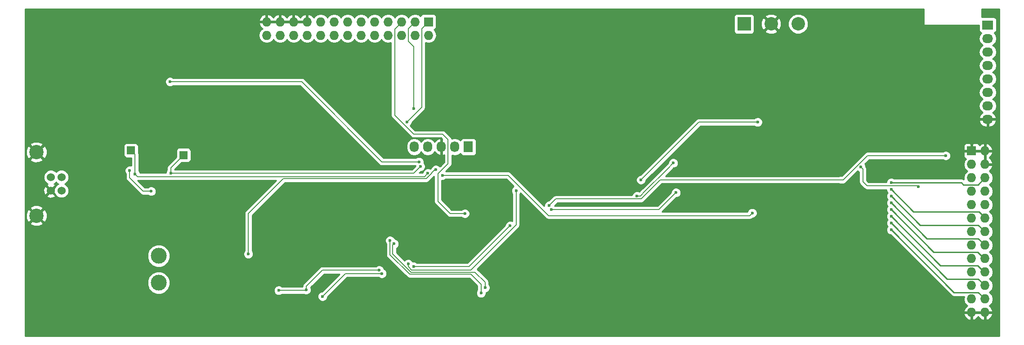
<source format=gbl>
%FSLAX34Y34*%
G04 Gerber Fmt 3.4, Leading zero omitted, Abs format*
G04 (created by PCBNEW (2014-03-29 BZR 4777)-product) date Mo 31 Mär 2014 21:29:10 CEST*
%MOIN*%
G01*
G70*
G90*
G04 APERTURE LIST*
%ADD10C,0.005906*%
%ADD11C,0.060000*%
%ADD12C,0.106300*%
%ADD13R,0.068000X0.080000*%
%ADD14O,0.068000X0.080000*%
%ADD15R,0.080000X0.068000*%
%ADD16O,0.080000X0.068000*%
%ADD17R,0.100000X0.100000*%
%ADD18C,0.100000*%
%ADD19C,0.118100*%
%ADD20R,0.068000X0.068000*%
%ADD21O,0.068000X0.068000*%
%ADD22R,0.059055X0.059055*%
%ADD23C,0.023622*%
%ADD24C,0.006299*%
%ADD25C,0.007874*%
%ADD26C,0.009843*%
%ADD27C,0.010000*%
G04 APERTURE END LIST*
G54D10*
G54D11*
X23550Y-39250D03*
X23550Y-38250D03*
X22763Y-38250D03*
X22763Y-39250D03*
G54D12*
X21700Y-41112D03*
X21700Y-36388D03*
G54D13*
X53700Y-36000D03*
G54D14*
X52700Y-36000D03*
X51700Y-36000D03*
X50700Y-36000D03*
X49700Y-36000D03*
G54D15*
X92200Y-26950D03*
G54D16*
X92200Y-27950D03*
X92200Y-28950D03*
X92200Y-29950D03*
X92200Y-30950D03*
X92200Y-31950D03*
X92200Y-32950D03*
X92200Y-33950D03*
G54D17*
X74150Y-26860D03*
G54D18*
X76150Y-26860D03*
X78150Y-26860D03*
G54D19*
X30750Y-46100D03*
X30750Y-44100D03*
G54D20*
X50750Y-26710D03*
G54D21*
X49750Y-26710D03*
X48750Y-26710D03*
X47750Y-26710D03*
X46750Y-26710D03*
X45750Y-26710D03*
X44750Y-26710D03*
X43750Y-26710D03*
X42750Y-26710D03*
X41750Y-26710D03*
X40750Y-26710D03*
X39750Y-26710D03*
X38750Y-26710D03*
X38750Y-27710D03*
X39750Y-27710D03*
X40750Y-27710D03*
X41750Y-27710D03*
X42750Y-27710D03*
X43750Y-27710D03*
X44750Y-27710D03*
X45750Y-27710D03*
X46750Y-27710D03*
X47750Y-27710D03*
X48750Y-27710D03*
X49750Y-27710D03*
X50750Y-27710D03*
G54D20*
X91000Y-36300D03*
G54D21*
X91000Y-37300D03*
X91000Y-38300D03*
X91000Y-39300D03*
X91000Y-40300D03*
X91000Y-41300D03*
X91000Y-42300D03*
X91000Y-43300D03*
X91000Y-44300D03*
X91000Y-45300D03*
X91000Y-46300D03*
X91000Y-47300D03*
X91000Y-48300D03*
X92000Y-48300D03*
X92000Y-47300D03*
X92000Y-46300D03*
X92000Y-45300D03*
X92000Y-44300D03*
X92000Y-43300D03*
X92000Y-42300D03*
X92000Y-41300D03*
X92000Y-40300D03*
X92000Y-39300D03*
X92000Y-38300D03*
X92000Y-37300D03*
X92000Y-36300D03*
G54D22*
X32600Y-36610D03*
X28700Y-36260D03*
G54D23*
X49250Y-44700D03*
X57250Y-39250D03*
X51299Y-37699D03*
X37400Y-43960D03*
X87050Y-38950D03*
X82800Y-37500D03*
X29000Y-38010D03*
X50700Y-37960D03*
X69100Y-39400D03*
X59850Y-40660D03*
X59700Y-40360D03*
X89100Y-36650D03*
X47300Y-45410D03*
X42900Y-47110D03*
X47100Y-45160D03*
X41700Y-46610D03*
X39650Y-46660D03*
X31600Y-31160D03*
X50050Y-37110D03*
X75150Y-34160D03*
X66500Y-38450D03*
X85050Y-39660D03*
X85050Y-41660D03*
X85050Y-40660D03*
X54650Y-46860D03*
X47900Y-42960D03*
X54950Y-46460D03*
X48200Y-43200D03*
X85050Y-42160D03*
X85050Y-40160D03*
X85050Y-39160D03*
X85050Y-41160D03*
X85050Y-38660D03*
X74750Y-40910D03*
X51800Y-38110D03*
X28600Y-37750D03*
X30200Y-39300D03*
X49150Y-34150D03*
X49650Y-33150D03*
X53450Y-40950D03*
X31650Y-37960D03*
X50150Y-37460D03*
X49650Y-44900D03*
X56800Y-41850D03*
X68900Y-37200D03*
X66200Y-39650D03*
X84250Y-32200D03*
X51135Y-39730D03*
X53250Y-43350D03*
X51800Y-43350D03*
X49400Y-41000D03*
X82200Y-31860D03*
X63900Y-40210D03*
X56600Y-41160D03*
X68950Y-47560D03*
X45000Y-48060D03*
X41750Y-47610D03*
X48250Y-42460D03*
X49400Y-40310D03*
X44700Y-39010D03*
X45400Y-43760D03*
X44350Y-49110D03*
X38000Y-42360D03*
X36100Y-42660D03*
X32700Y-39260D03*
X29850Y-41360D03*
X30200Y-37710D03*
X28050Y-36810D03*
X28050Y-39560D03*
X29750Y-31660D03*
X29750Y-29460D03*
X65150Y-35510D03*
X76000Y-48460D03*
X74450Y-49460D03*
X75950Y-42660D03*
X74300Y-43660D03*
X71850Y-35610D03*
X71900Y-33310D03*
X60500Y-28510D03*
X62350Y-28460D03*
X62350Y-30360D03*
X61400Y-29400D03*
X60450Y-30360D03*
X58900Y-29510D03*
X57500Y-29210D03*
X57500Y-34260D03*
X59050Y-34160D03*
X50200Y-47510D03*
X53000Y-46760D03*
G54D10*
X49250Y-44700D02*
X49250Y-44900D01*
X49250Y-44900D02*
X49500Y-45150D01*
X49500Y-45150D02*
X53900Y-45150D01*
X53900Y-45150D02*
X57250Y-41800D01*
X57250Y-41800D02*
X57250Y-39250D01*
X51299Y-37699D02*
X51210Y-37699D01*
G54D24*
X37400Y-40960D02*
X37400Y-43960D01*
X40000Y-38360D02*
X37400Y-40960D01*
X50600Y-38360D02*
X40000Y-38360D01*
G54D10*
X51000Y-37960D02*
X50600Y-38360D01*
X51000Y-37910D02*
X51000Y-37960D01*
X51210Y-37699D02*
X51000Y-37910D01*
X83250Y-38900D02*
X82950Y-38600D01*
X87000Y-38900D02*
X83250Y-38900D01*
X87050Y-38950D02*
X87000Y-38900D01*
G54D24*
X82950Y-37650D02*
X82950Y-38600D01*
X82800Y-37500D02*
X82950Y-37650D01*
X29000Y-38010D02*
X29000Y-36560D01*
G54D10*
X29000Y-36560D02*
X28700Y-36260D01*
X29200Y-38210D02*
X29000Y-38010D01*
X50450Y-38210D02*
X29200Y-38210D01*
X50700Y-37960D02*
X50450Y-38210D01*
X67840Y-40660D02*
X59850Y-40660D01*
X69100Y-39400D02*
X67840Y-40660D01*
X59700Y-40360D02*
X60197Y-39862D01*
X60197Y-39862D02*
X66528Y-39862D01*
X66528Y-39862D02*
X67941Y-38450D01*
X67941Y-38450D02*
X81200Y-38450D01*
G54D25*
X81200Y-38450D02*
X81500Y-38450D01*
X83300Y-36650D02*
X89100Y-36650D01*
X81500Y-38450D02*
X83300Y-36650D01*
G54D10*
X90860Y-37160D02*
X91000Y-37300D01*
X44600Y-45410D02*
X47300Y-45410D01*
X42900Y-47110D02*
X44600Y-45410D01*
X41700Y-46360D02*
X41700Y-46610D01*
X42900Y-45160D02*
X41700Y-46360D01*
X47100Y-45160D02*
X42900Y-45160D01*
X41700Y-46610D02*
X41650Y-46660D01*
X41650Y-46660D02*
X39650Y-46660D01*
G54D24*
X41350Y-31160D02*
X31600Y-31160D01*
X47300Y-37110D02*
X41350Y-31160D01*
G54D10*
X50050Y-37110D02*
X47300Y-37110D01*
X70800Y-34160D02*
X75150Y-34160D01*
X66500Y-38450D02*
X70800Y-34160D01*
G54D26*
X92000Y-42300D02*
X91990Y-42300D01*
X91500Y-41810D02*
X91990Y-42300D01*
X91500Y-41810D02*
X87200Y-41810D01*
X87200Y-41810D02*
X85050Y-39660D01*
X92000Y-46300D02*
X91990Y-46300D01*
X91500Y-45810D02*
X91990Y-46300D01*
X91500Y-45810D02*
X89200Y-45810D01*
X89200Y-45810D02*
X85050Y-41660D01*
X92000Y-44300D02*
X91940Y-44300D01*
X91450Y-43810D02*
X91940Y-44300D01*
X91450Y-43810D02*
X88200Y-43810D01*
X88200Y-43810D02*
X85050Y-40660D01*
G54D10*
X54650Y-46860D02*
X54650Y-46210D01*
X47900Y-44010D02*
X47900Y-42960D01*
X49350Y-45460D02*
X47900Y-44010D01*
X53900Y-45460D02*
X49350Y-45460D01*
X54650Y-46210D02*
X53900Y-45460D01*
X54950Y-46460D02*
X54950Y-46060D01*
X54950Y-46060D02*
X54200Y-45310D01*
X54200Y-45310D02*
X49450Y-45310D01*
X49450Y-45310D02*
X48100Y-43960D01*
G54D24*
X48100Y-43300D02*
X48100Y-43960D01*
X48200Y-43200D02*
X48100Y-43300D01*
G54D26*
X89700Y-46810D02*
X85050Y-42160D01*
X91500Y-46810D02*
X89700Y-46810D01*
X91990Y-47300D02*
X91500Y-46810D01*
X92000Y-47300D02*
X91990Y-47300D01*
X92000Y-43300D02*
X91990Y-43300D01*
X91500Y-42810D02*
X91990Y-43300D01*
X91500Y-42810D02*
X87700Y-42810D01*
X87700Y-42810D02*
X85050Y-40160D01*
X92000Y-41300D02*
X92000Y-41260D01*
X91550Y-40810D02*
X92000Y-41260D01*
X91550Y-40810D02*
X86700Y-40810D01*
X86700Y-40810D02*
X85050Y-39160D01*
X92000Y-45300D02*
X91940Y-45300D01*
X91450Y-44810D02*
X91940Y-45300D01*
X91450Y-44810D02*
X88700Y-44810D01*
X88700Y-44810D02*
X85050Y-41160D01*
X85050Y-38660D02*
X90250Y-38660D01*
X91490Y-38810D02*
X92000Y-38300D01*
X90400Y-38810D02*
X91490Y-38810D01*
X90250Y-38660D02*
X90400Y-38810D01*
G54D10*
X74750Y-40910D02*
X74550Y-41110D01*
X74550Y-41110D02*
X59650Y-41110D01*
X59650Y-41110D02*
X56650Y-38110D01*
X56650Y-38110D02*
X51800Y-38110D01*
G54D24*
X28600Y-37750D02*
X28600Y-38300D01*
X28600Y-38300D02*
X29600Y-39300D01*
G54D10*
X29600Y-39300D02*
X30200Y-39300D01*
X50250Y-27210D02*
X50750Y-26710D01*
X50250Y-33050D02*
X50250Y-27210D01*
X49150Y-34150D02*
X50250Y-33050D01*
X49250Y-27210D02*
X49750Y-26710D01*
X49250Y-28150D02*
X49250Y-27210D01*
X49650Y-33150D02*
X49650Y-28550D01*
X49650Y-28550D02*
X49250Y-28150D01*
X51800Y-35050D02*
X49650Y-35050D01*
X52350Y-40950D02*
X53450Y-40950D01*
X51450Y-40050D02*
X52350Y-40950D01*
X51450Y-38000D02*
X51450Y-40050D01*
X52200Y-37250D02*
X51450Y-38000D01*
X52200Y-35450D02*
X52200Y-37250D01*
X51800Y-35050D02*
X52200Y-35450D01*
X48250Y-33650D02*
X49650Y-35050D01*
X48250Y-27250D02*
X48250Y-33650D01*
X48250Y-27250D02*
X48750Y-26750D01*
X48750Y-26710D02*
X48750Y-26750D01*
X31650Y-37960D02*
X31650Y-37560D01*
X31650Y-37560D02*
X32600Y-36610D01*
X49650Y-37960D02*
X31650Y-37960D01*
X50150Y-37460D02*
X49650Y-37960D01*
X53750Y-44900D02*
X49650Y-44900D01*
X56800Y-41850D02*
X53750Y-44900D01*
G54D24*
X66200Y-39650D02*
X66450Y-39650D01*
G54D10*
X68450Y-37650D02*
X66800Y-39300D01*
X68450Y-37650D02*
X68900Y-37200D01*
G54D24*
X66450Y-39650D02*
X66800Y-39300D01*
G54D10*
X61390Y-29400D02*
X60500Y-28510D01*
X61400Y-29400D02*
X61390Y-29400D01*
X61400Y-29400D02*
X61410Y-29400D01*
X61410Y-29400D02*
X62350Y-28460D01*
X61400Y-29400D02*
X61400Y-29410D01*
X61400Y-29410D02*
X62350Y-30360D01*
X61350Y-29410D02*
X61350Y-29460D01*
X61350Y-29460D02*
X60450Y-30360D01*
G36*
X93050Y-50050D02*
X92832Y-50050D01*
X92832Y-34091D01*
X92785Y-34000D01*
X92250Y-34000D01*
X92250Y-34477D01*
X92342Y-34534D01*
X92559Y-34458D01*
X92731Y-34305D01*
X92831Y-34097D01*
X92832Y-34091D01*
X92832Y-50050D01*
X92590Y-50050D01*
X92590Y-47311D01*
X92590Y-47288D01*
X92545Y-47062D01*
X92417Y-46871D01*
X92310Y-46800D01*
X92417Y-46728D01*
X92545Y-46537D01*
X92590Y-46311D01*
X92590Y-46288D01*
X92545Y-46062D01*
X92417Y-45871D01*
X92310Y-45800D01*
X92417Y-45728D01*
X92545Y-45537D01*
X92590Y-45311D01*
X92590Y-45288D01*
X92545Y-45062D01*
X92417Y-44871D01*
X92310Y-44800D01*
X92417Y-44728D01*
X92545Y-44537D01*
X92590Y-44311D01*
X92590Y-44288D01*
X92545Y-44062D01*
X92417Y-43871D01*
X92310Y-43800D01*
X92417Y-43728D01*
X92545Y-43537D01*
X92590Y-43311D01*
X92590Y-43288D01*
X92545Y-43062D01*
X92417Y-42871D01*
X92310Y-42800D01*
X92417Y-42728D01*
X92545Y-42537D01*
X92590Y-42311D01*
X92590Y-42288D01*
X92545Y-42062D01*
X92417Y-41871D01*
X92310Y-41800D01*
X92417Y-41728D01*
X92545Y-41537D01*
X92590Y-41311D01*
X92590Y-41288D01*
X92545Y-41062D01*
X92417Y-40871D01*
X92310Y-40800D01*
X92417Y-40728D01*
X92545Y-40537D01*
X92590Y-40311D01*
X92590Y-40288D01*
X92545Y-40062D01*
X92417Y-39871D01*
X92310Y-39800D01*
X92417Y-39728D01*
X92545Y-39537D01*
X92590Y-39311D01*
X92590Y-39288D01*
X92545Y-39062D01*
X92417Y-38871D01*
X92310Y-38800D01*
X92417Y-38728D01*
X92545Y-38537D01*
X92590Y-38311D01*
X92590Y-38288D01*
X92545Y-38062D01*
X92417Y-37871D01*
X92310Y-37800D01*
X92475Y-37649D01*
X92572Y-37441D01*
X92572Y-37158D01*
X92475Y-36950D01*
X92310Y-36800D01*
X92475Y-36649D01*
X92572Y-36441D01*
X92572Y-36158D01*
X92475Y-35950D01*
X92305Y-35795D01*
X92150Y-35730D01*
X92150Y-34477D01*
X92150Y-34000D01*
X91614Y-34000D01*
X91567Y-34091D01*
X91568Y-34097D01*
X91668Y-34305D01*
X91840Y-34458D01*
X92057Y-34534D01*
X92150Y-34477D01*
X92150Y-35730D01*
X92141Y-35727D01*
X92050Y-35774D01*
X92050Y-36250D01*
X92525Y-36250D01*
X92572Y-36158D01*
X92572Y-36441D01*
X92525Y-36350D01*
X92050Y-36350D01*
X92050Y-36774D01*
X92050Y-36825D01*
X92050Y-37250D01*
X92525Y-37250D01*
X92572Y-37158D01*
X92572Y-37441D01*
X92525Y-37350D01*
X92050Y-37350D01*
X92050Y-37357D01*
X91950Y-37357D01*
X91950Y-37350D01*
X91942Y-37350D01*
X91942Y-37250D01*
X91950Y-37250D01*
X91950Y-36825D01*
X91950Y-36774D01*
X91950Y-36350D01*
X91950Y-36250D01*
X91950Y-35774D01*
X91858Y-35727D01*
X91694Y-35795D01*
X91584Y-35896D01*
X91551Y-35818D01*
X91481Y-35748D01*
X91389Y-35710D01*
X91290Y-35710D01*
X91112Y-35710D01*
X91050Y-35772D01*
X91050Y-36250D01*
X91474Y-36250D01*
X91527Y-36250D01*
X91950Y-36250D01*
X91950Y-36350D01*
X91527Y-36350D01*
X91474Y-36350D01*
X91050Y-36350D01*
X91050Y-36357D01*
X90950Y-36357D01*
X90950Y-36350D01*
X90950Y-36250D01*
X90950Y-35772D01*
X90887Y-35710D01*
X90709Y-35710D01*
X90610Y-35710D01*
X90518Y-35748D01*
X90448Y-35818D01*
X90410Y-35910D01*
X90410Y-36187D01*
X90472Y-36250D01*
X90950Y-36250D01*
X90950Y-36350D01*
X90472Y-36350D01*
X90410Y-36412D01*
X90410Y-36689D01*
X90448Y-36781D01*
X90518Y-36851D01*
X90578Y-36877D01*
X90454Y-37062D01*
X90410Y-37288D01*
X90410Y-37311D01*
X90454Y-37537D01*
X90582Y-37728D01*
X90689Y-37800D01*
X90582Y-37871D01*
X90454Y-38062D01*
X90410Y-38288D01*
X90410Y-38311D01*
X90433Y-38429D01*
X90364Y-38383D01*
X90250Y-38360D01*
X85271Y-38360D01*
X85258Y-38348D01*
X85123Y-38291D01*
X84977Y-38291D01*
X84841Y-38347D01*
X84738Y-38451D01*
X84681Y-38586D01*
X84681Y-38620D01*
X83365Y-38620D01*
X83231Y-38486D01*
X83231Y-37650D01*
X83210Y-37542D01*
X83168Y-37479D01*
X83168Y-37479D01*
X83168Y-37427D01*
X83112Y-37291D01*
X83089Y-37269D01*
X83419Y-36939D01*
X88868Y-36939D01*
X88891Y-36961D01*
X89026Y-37018D01*
X89172Y-37018D01*
X89308Y-36962D01*
X89411Y-36858D01*
X89468Y-36723D01*
X89468Y-36577D01*
X89412Y-36441D01*
X89308Y-36338D01*
X89173Y-36281D01*
X89027Y-36281D01*
X88891Y-36337D01*
X88868Y-36360D01*
X83300Y-36360D01*
X83207Y-36379D01*
X83189Y-36382D01*
X83095Y-36445D01*
X81380Y-38160D01*
X81200Y-38160D01*
X81150Y-38170D01*
X78900Y-38170D01*
X78900Y-26711D01*
X78786Y-26435D01*
X78575Y-26224D01*
X78299Y-26110D01*
X78001Y-26109D01*
X77725Y-26223D01*
X77514Y-26434D01*
X77400Y-26710D01*
X77399Y-27008D01*
X77513Y-27284D01*
X77724Y-27495D01*
X78000Y-27609D01*
X78298Y-27610D01*
X78574Y-27496D01*
X78785Y-27285D01*
X78899Y-27009D01*
X78900Y-26711D01*
X78900Y-38170D01*
X76903Y-38170D01*
X76903Y-26989D01*
X76895Y-26691D01*
X76796Y-26451D01*
X76680Y-26400D01*
X76609Y-26470D01*
X76609Y-26329D01*
X76558Y-26213D01*
X76279Y-26106D01*
X75981Y-26114D01*
X75741Y-26213D01*
X75690Y-26329D01*
X76150Y-26789D01*
X76609Y-26329D01*
X76609Y-26470D01*
X76220Y-26860D01*
X76680Y-27319D01*
X76796Y-27268D01*
X76903Y-26989D01*
X76903Y-38170D01*
X76609Y-38170D01*
X76609Y-27390D01*
X76150Y-26930D01*
X76079Y-27001D01*
X76079Y-26860D01*
X75619Y-26400D01*
X75503Y-26451D01*
X75396Y-26730D01*
X75404Y-27028D01*
X75503Y-27268D01*
X75619Y-27319D01*
X76079Y-26860D01*
X76079Y-27001D01*
X75690Y-27390D01*
X75741Y-27506D01*
X76020Y-27613D01*
X76318Y-27605D01*
X76558Y-27506D01*
X76609Y-27390D01*
X76609Y-38170D01*
X75518Y-38170D01*
X75518Y-34087D01*
X75462Y-33951D01*
X75358Y-33848D01*
X75223Y-33791D01*
X75077Y-33791D01*
X74941Y-33847D01*
X74908Y-33880D01*
X74900Y-33880D01*
X74900Y-27409D01*
X74900Y-27310D01*
X74900Y-26310D01*
X74861Y-26218D01*
X74791Y-26148D01*
X74699Y-26110D01*
X74600Y-26110D01*
X73600Y-26110D01*
X73508Y-26148D01*
X73438Y-26218D01*
X73400Y-26310D01*
X73400Y-26409D01*
X73400Y-27409D01*
X73438Y-27501D01*
X73508Y-27571D01*
X73600Y-27610D01*
X73699Y-27610D01*
X74699Y-27610D01*
X74791Y-27571D01*
X74861Y-27501D01*
X74900Y-27409D01*
X74900Y-33880D01*
X70800Y-33880D01*
X70746Y-33891D01*
X70693Y-33901D01*
X70693Y-33901D01*
X70693Y-33901D01*
X70647Y-33932D01*
X70602Y-33962D01*
X66473Y-38081D01*
X66427Y-38081D01*
X66291Y-38137D01*
X66188Y-38241D01*
X66131Y-38376D01*
X66131Y-38522D01*
X66187Y-38658D01*
X66291Y-38761D01*
X66426Y-38818D01*
X66572Y-38818D01*
X66708Y-38762D01*
X66811Y-38658D01*
X66868Y-38523D01*
X66868Y-38477D01*
X70915Y-34439D01*
X74908Y-34439D01*
X74941Y-34471D01*
X75076Y-34528D01*
X75222Y-34528D01*
X75358Y-34472D01*
X75461Y-34368D01*
X75518Y-34233D01*
X75518Y-34087D01*
X75518Y-38170D01*
X68324Y-38170D01*
X68647Y-37847D01*
X68927Y-37568D01*
X68972Y-37568D01*
X69108Y-37512D01*
X69211Y-37408D01*
X69268Y-37273D01*
X69268Y-37127D01*
X69212Y-36991D01*
X69108Y-36888D01*
X68973Y-36831D01*
X68827Y-36831D01*
X68691Y-36887D01*
X68588Y-36991D01*
X68531Y-37126D01*
X68531Y-37172D01*
X68252Y-37452D01*
X66609Y-39095D01*
X66600Y-39100D01*
X66376Y-39324D01*
X66273Y-39281D01*
X66127Y-39281D01*
X65991Y-39337D01*
X65888Y-39441D01*
X65831Y-39576D01*
X65831Y-39583D01*
X60197Y-39583D01*
X60090Y-39604D01*
X59999Y-39664D01*
X59672Y-39991D01*
X59627Y-39991D01*
X59491Y-40047D01*
X59388Y-40151D01*
X59331Y-40286D01*
X59331Y-40396D01*
X56847Y-37912D01*
X56756Y-37851D01*
X56650Y-37830D01*
X52041Y-37830D01*
X52027Y-37817D01*
X52397Y-37447D01*
X52458Y-37356D01*
X52479Y-37250D01*
X52479Y-36618D01*
X52700Y-36662D01*
X52925Y-36617D01*
X53117Y-36489D01*
X53123Y-36481D01*
X53148Y-36541D01*
X53218Y-36611D01*
X53310Y-36650D01*
X53409Y-36650D01*
X54089Y-36650D01*
X54181Y-36611D01*
X54251Y-36541D01*
X54290Y-36449D01*
X54290Y-36350D01*
X54290Y-35550D01*
X54251Y-35458D01*
X54181Y-35388D01*
X54089Y-35350D01*
X53990Y-35350D01*
X53310Y-35350D01*
X53218Y-35388D01*
X53148Y-35458D01*
X53123Y-35518D01*
X53117Y-35510D01*
X52925Y-35382D01*
X52700Y-35337D01*
X52474Y-35382D01*
X52466Y-35387D01*
X52458Y-35343D01*
X52397Y-35252D01*
X51997Y-34852D01*
X51906Y-34791D01*
X51800Y-34770D01*
X49765Y-34770D01*
X49407Y-34412D01*
X49461Y-34358D01*
X49518Y-34223D01*
X49518Y-34177D01*
X50447Y-33247D01*
X50508Y-33156D01*
X50529Y-33050D01*
X50529Y-28258D01*
X50738Y-28300D01*
X50761Y-28300D01*
X50987Y-28255D01*
X51178Y-28127D01*
X51306Y-27935D01*
X51351Y-27710D01*
X51306Y-27484D01*
X51178Y-27292D01*
X51170Y-27287D01*
X51231Y-27261D01*
X51301Y-27191D01*
X51340Y-27099D01*
X51340Y-27000D01*
X51340Y-26320D01*
X51301Y-26228D01*
X51231Y-26158D01*
X51139Y-26120D01*
X51040Y-26120D01*
X50360Y-26120D01*
X50268Y-26158D01*
X50198Y-26228D01*
X50172Y-26288D01*
X49987Y-26164D01*
X49761Y-26120D01*
X49738Y-26120D01*
X49512Y-26164D01*
X49321Y-26292D01*
X49250Y-26399D01*
X49178Y-26292D01*
X48987Y-26164D01*
X48761Y-26120D01*
X48738Y-26120D01*
X48512Y-26164D01*
X48321Y-26292D01*
X48250Y-26399D01*
X48178Y-26292D01*
X47987Y-26164D01*
X47761Y-26120D01*
X47738Y-26120D01*
X47512Y-26164D01*
X47321Y-26292D01*
X47250Y-26399D01*
X47178Y-26292D01*
X46987Y-26164D01*
X46761Y-26120D01*
X46738Y-26120D01*
X46512Y-26164D01*
X46321Y-26292D01*
X46250Y-26399D01*
X46178Y-26292D01*
X45987Y-26164D01*
X45761Y-26120D01*
X45738Y-26120D01*
X45512Y-26164D01*
X45321Y-26292D01*
X45250Y-26399D01*
X45178Y-26292D01*
X44987Y-26164D01*
X44761Y-26120D01*
X44738Y-26120D01*
X44512Y-26164D01*
X44321Y-26292D01*
X44250Y-26399D01*
X44178Y-26292D01*
X43987Y-26164D01*
X43761Y-26120D01*
X43738Y-26120D01*
X43512Y-26164D01*
X43321Y-26292D01*
X43250Y-26399D01*
X43178Y-26292D01*
X42987Y-26164D01*
X42761Y-26120D01*
X42738Y-26120D01*
X42512Y-26164D01*
X42321Y-26292D01*
X42250Y-26399D01*
X42099Y-26234D01*
X41891Y-26137D01*
X41800Y-26184D01*
X41800Y-26660D01*
X41807Y-26660D01*
X41807Y-26760D01*
X41800Y-26760D01*
X41800Y-26767D01*
X41700Y-26767D01*
X41700Y-26760D01*
X41700Y-26660D01*
X41700Y-26184D01*
X41608Y-26137D01*
X41400Y-26234D01*
X41250Y-26399D01*
X41099Y-26234D01*
X40891Y-26137D01*
X40800Y-26184D01*
X40800Y-26660D01*
X41224Y-26660D01*
X41275Y-26660D01*
X41700Y-26660D01*
X41700Y-26760D01*
X41275Y-26760D01*
X41224Y-26760D01*
X40800Y-26760D01*
X40800Y-26767D01*
X40700Y-26767D01*
X40700Y-26760D01*
X40700Y-26660D01*
X40700Y-26184D01*
X40608Y-26137D01*
X40400Y-26234D01*
X40250Y-26399D01*
X40099Y-26234D01*
X39891Y-26137D01*
X39800Y-26184D01*
X39800Y-26660D01*
X40224Y-26660D01*
X40275Y-26660D01*
X40700Y-26660D01*
X40700Y-26760D01*
X40275Y-26760D01*
X40224Y-26760D01*
X39800Y-26760D01*
X39800Y-26767D01*
X39700Y-26767D01*
X39700Y-26760D01*
X39700Y-26660D01*
X39700Y-26184D01*
X39608Y-26137D01*
X39400Y-26234D01*
X39250Y-26399D01*
X39099Y-26234D01*
X38891Y-26137D01*
X38800Y-26184D01*
X38800Y-26660D01*
X39224Y-26660D01*
X39275Y-26660D01*
X39700Y-26660D01*
X39700Y-26760D01*
X39275Y-26760D01*
X39224Y-26760D01*
X38800Y-26760D01*
X38800Y-26767D01*
X38700Y-26767D01*
X38700Y-26760D01*
X38700Y-26660D01*
X38700Y-26184D01*
X38608Y-26137D01*
X38400Y-26234D01*
X38245Y-26404D01*
X38177Y-26568D01*
X38224Y-26660D01*
X38700Y-26660D01*
X38700Y-26760D01*
X38224Y-26760D01*
X38177Y-26851D01*
X38245Y-27015D01*
X38400Y-27185D01*
X38448Y-27207D01*
X38321Y-27292D01*
X38193Y-27484D01*
X38148Y-27710D01*
X38193Y-27935D01*
X38321Y-28127D01*
X38512Y-28255D01*
X38738Y-28300D01*
X38761Y-28300D01*
X38987Y-28255D01*
X39178Y-28127D01*
X39250Y-28020D01*
X39321Y-28127D01*
X39512Y-28255D01*
X39738Y-28300D01*
X39761Y-28300D01*
X39987Y-28255D01*
X40178Y-28127D01*
X40250Y-28020D01*
X40321Y-28127D01*
X40512Y-28255D01*
X40738Y-28300D01*
X40761Y-28300D01*
X40987Y-28255D01*
X41178Y-28127D01*
X41250Y-28020D01*
X41321Y-28127D01*
X41512Y-28255D01*
X41738Y-28300D01*
X41761Y-28300D01*
X41987Y-28255D01*
X42178Y-28127D01*
X42250Y-28020D01*
X42321Y-28127D01*
X42512Y-28255D01*
X42738Y-28300D01*
X42761Y-28300D01*
X42987Y-28255D01*
X43178Y-28127D01*
X43250Y-28020D01*
X43321Y-28127D01*
X43512Y-28255D01*
X43738Y-28300D01*
X43761Y-28300D01*
X43987Y-28255D01*
X44178Y-28127D01*
X44250Y-28020D01*
X44321Y-28127D01*
X44512Y-28255D01*
X44738Y-28300D01*
X44761Y-28300D01*
X44987Y-28255D01*
X45178Y-28127D01*
X45250Y-28020D01*
X45321Y-28127D01*
X45512Y-28255D01*
X45738Y-28300D01*
X45761Y-28300D01*
X45987Y-28255D01*
X46178Y-28127D01*
X46250Y-28020D01*
X46321Y-28127D01*
X46512Y-28255D01*
X46738Y-28300D01*
X46761Y-28300D01*
X46987Y-28255D01*
X47178Y-28127D01*
X47250Y-28020D01*
X47321Y-28127D01*
X47512Y-28255D01*
X47738Y-28300D01*
X47761Y-28300D01*
X47970Y-28258D01*
X47970Y-33650D01*
X47991Y-33756D01*
X48052Y-33847D01*
X49452Y-35247D01*
X49543Y-35308D01*
X49650Y-35329D01*
X51684Y-35329D01*
X51762Y-35408D01*
X51750Y-35414D01*
X51750Y-35950D01*
X51757Y-35950D01*
X51757Y-36050D01*
X51750Y-36050D01*
X51750Y-36585D01*
X51841Y-36632D01*
X51847Y-36631D01*
X51920Y-36596D01*
X51920Y-37134D01*
X51650Y-37404D01*
X51650Y-36585D01*
X51650Y-36050D01*
X51642Y-36050D01*
X51642Y-35950D01*
X51650Y-35950D01*
X51650Y-35414D01*
X51558Y-35367D01*
X51552Y-35368D01*
X51344Y-35468D01*
X51198Y-35631D01*
X51117Y-35510D01*
X50925Y-35382D01*
X50700Y-35337D01*
X50474Y-35382D01*
X50282Y-35510D01*
X50200Y-35634D01*
X50117Y-35510D01*
X49925Y-35382D01*
X49700Y-35337D01*
X49474Y-35382D01*
X49282Y-35510D01*
X49154Y-35701D01*
X49110Y-35927D01*
X49110Y-36072D01*
X49154Y-36298D01*
X49282Y-36489D01*
X49474Y-36617D01*
X49700Y-36662D01*
X49925Y-36617D01*
X50117Y-36489D01*
X50200Y-36365D01*
X50282Y-36489D01*
X50474Y-36617D01*
X50700Y-36662D01*
X50925Y-36617D01*
X51117Y-36489D01*
X51198Y-36368D01*
X51344Y-36531D01*
X51552Y-36631D01*
X51558Y-36632D01*
X51650Y-36585D01*
X51650Y-37404D01*
X51587Y-37467D01*
X51508Y-37388D01*
X51373Y-37331D01*
X51227Y-37331D01*
X51091Y-37387D01*
X50988Y-37491D01*
X50962Y-37551D01*
X50878Y-37635D01*
X50773Y-37591D01*
X50627Y-37591D01*
X50491Y-37647D01*
X50388Y-37751D01*
X50331Y-37886D01*
X50331Y-37930D01*
X50074Y-37930D01*
X50177Y-37828D01*
X50222Y-37828D01*
X50358Y-37772D01*
X50461Y-37668D01*
X50518Y-37533D01*
X50518Y-37387D01*
X50462Y-37251D01*
X50411Y-37200D01*
X50418Y-37183D01*
X50418Y-37037D01*
X50362Y-36901D01*
X50258Y-36798D01*
X50123Y-36741D01*
X49977Y-36741D01*
X49841Y-36797D01*
X49808Y-36830D01*
X47418Y-36830D01*
X41549Y-30960D01*
X41457Y-30899D01*
X41350Y-30878D01*
X31839Y-30878D01*
X31808Y-30848D01*
X31673Y-30791D01*
X31527Y-30791D01*
X31391Y-30847D01*
X31288Y-30951D01*
X31231Y-31086D01*
X31231Y-31232D01*
X31287Y-31368D01*
X31391Y-31471D01*
X31526Y-31528D01*
X31672Y-31528D01*
X31808Y-31472D01*
X31839Y-31441D01*
X41233Y-31441D01*
X47100Y-37309D01*
X47192Y-37370D01*
X47300Y-37391D01*
X47309Y-37389D01*
X49781Y-37389D01*
X49781Y-37432D01*
X49534Y-37680D01*
X31929Y-37680D01*
X31929Y-37675D01*
X32450Y-37155D01*
X32945Y-37155D01*
X33036Y-37117D01*
X33107Y-37046D01*
X33145Y-36955D01*
X33145Y-36855D01*
X33145Y-36264D01*
X33107Y-36173D01*
X33036Y-36102D01*
X32945Y-36064D01*
X32845Y-36064D01*
X32254Y-36064D01*
X32163Y-36102D01*
X32092Y-36173D01*
X32054Y-36264D01*
X32054Y-36364D01*
X32054Y-36759D01*
X31452Y-37362D01*
X31391Y-37453D01*
X31370Y-37560D01*
X31370Y-37718D01*
X31338Y-37751D01*
X31281Y-37886D01*
X31281Y-37930D01*
X29365Y-37930D01*
X29312Y-37801D01*
X29281Y-37770D01*
X29281Y-36560D01*
X29260Y-36452D01*
X29245Y-36430D01*
X29245Y-35914D01*
X29207Y-35823D01*
X29136Y-35752D01*
X29045Y-35714D01*
X28945Y-35714D01*
X28354Y-35714D01*
X28263Y-35752D01*
X28192Y-35823D01*
X28154Y-35914D01*
X28154Y-36014D01*
X28154Y-36605D01*
X28192Y-36696D01*
X28263Y-36767D01*
X28354Y-36805D01*
X28454Y-36805D01*
X28718Y-36805D01*
X28718Y-37400D01*
X28673Y-37381D01*
X28527Y-37381D01*
X28391Y-37437D01*
X28288Y-37541D01*
X28231Y-37676D01*
X28231Y-37822D01*
X28287Y-37958D01*
X28318Y-37989D01*
X28318Y-38300D01*
X28339Y-38407D01*
X28400Y-38499D01*
X29400Y-39499D01*
X29492Y-39560D01*
X29600Y-39581D01*
X29609Y-39579D01*
X29958Y-39579D01*
X29991Y-39611D01*
X30126Y-39668D01*
X30272Y-39668D01*
X30408Y-39612D01*
X30511Y-39508D01*
X30568Y-39373D01*
X30568Y-39227D01*
X30512Y-39091D01*
X30408Y-38988D01*
X30273Y-38931D01*
X30127Y-38931D01*
X29991Y-38987D01*
X29958Y-39020D01*
X29718Y-39020D01*
X29184Y-38486D01*
X29200Y-38489D01*
X39472Y-38489D01*
X37200Y-40760D01*
X37139Y-40852D01*
X37118Y-40960D01*
X37118Y-43720D01*
X37088Y-43751D01*
X37031Y-43886D01*
X37031Y-44032D01*
X37087Y-44168D01*
X37191Y-44271D01*
X37326Y-44328D01*
X37472Y-44328D01*
X37608Y-44272D01*
X37711Y-44168D01*
X37768Y-44033D01*
X37768Y-43887D01*
X37712Y-43751D01*
X37681Y-43720D01*
X37681Y-41076D01*
X40116Y-38641D01*
X50600Y-38641D01*
X50707Y-38620D01*
X50799Y-38559D01*
X50804Y-38550D01*
X51170Y-38184D01*
X51170Y-40050D01*
X51191Y-40156D01*
X51252Y-40247D01*
X52152Y-41147D01*
X52243Y-41208D01*
X52350Y-41229D01*
X53208Y-41229D01*
X53241Y-41261D01*
X53376Y-41318D01*
X53522Y-41318D01*
X53658Y-41262D01*
X53761Y-41158D01*
X53818Y-41023D01*
X53818Y-40877D01*
X53762Y-40741D01*
X53658Y-40638D01*
X53523Y-40581D01*
X53377Y-40581D01*
X53241Y-40637D01*
X53208Y-40670D01*
X52465Y-40670D01*
X51729Y-39934D01*
X51729Y-38478D01*
X51872Y-38478D01*
X52008Y-38422D01*
X52041Y-38389D01*
X56534Y-38389D01*
X57070Y-38925D01*
X57041Y-38937D01*
X56938Y-39041D01*
X56881Y-39176D01*
X56881Y-39322D01*
X56937Y-39458D01*
X56970Y-39491D01*
X56970Y-41522D01*
X56873Y-41481D01*
X56727Y-41481D01*
X56591Y-41537D01*
X56488Y-41641D01*
X56431Y-41776D01*
X56431Y-41822D01*
X53634Y-44620D01*
X49891Y-44620D01*
X49858Y-44588D01*
X49723Y-44531D01*
X49578Y-44531D01*
X49562Y-44491D01*
X49458Y-44388D01*
X49323Y-44331D01*
X49177Y-44331D01*
X49041Y-44387D01*
X48982Y-44447D01*
X48381Y-43846D01*
X48381Y-43523D01*
X48408Y-43512D01*
X48511Y-43408D01*
X48568Y-43273D01*
X48568Y-43127D01*
X48512Y-42991D01*
X48408Y-42888D01*
X48273Y-42831D01*
X48245Y-42831D01*
X48212Y-42751D01*
X48108Y-42648D01*
X47973Y-42591D01*
X47827Y-42591D01*
X47691Y-42647D01*
X47588Y-42751D01*
X47531Y-42886D01*
X47531Y-43032D01*
X47587Y-43168D01*
X47620Y-43201D01*
X47620Y-44010D01*
X47641Y-44116D01*
X47702Y-44207D01*
X49152Y-45657D01*
X49152Y-45657D01*
X49152Y-45657D01*
X49243Y-45718D01*
X49350Y-45739D01*
X49350Y-45739D01*
X49350Y-45739D01*
X53784Y-45739D01*
X54370Y-46325D01*
X54370Y-46618D01*
X54338Y-46651D01*
X54281Y-46786D01*
X54281Y-46932D01*
X54337Y-47068D01*
X54441Y-47171D01*
X54576Y-47228D01*
X54722Y-47228D01*
X54858Y-47172D01*
X54961Y-47068D01*
X55018Y-46933D01*
X55018Y-46828D01*
X55022Y-46828D01*
X55158Y-46772D01*
X55261Y-46668D01*
X55318Y-46533D01*
X55318Y-46387D01*
X55262Y-46251D01*
X55229Y-46218D01*
X55229Y-46060D01*
X55208Y-45953D01*
X55147Y-45862D01*
X54397Y-45112D01*
X54358Y-45086D01*
X57447Y-41997D01*
X57508Y-41906D01*
X57529Y-41800D01*
X57529Y-39491D01*
X57561Y-39458D01*
X57574Y-39429D01*
X59452Y-41307D01*
X59543Y-41368D01*
X59650Y-41389D01*
X74550Y-41389D01*
X74656Y-41368D01*
X74747Y-41307D01*
X74777Y-41278D01*
X74822Y-41278D01*
X74958Y-41222D01*
X75061Y-41118D01*
X75118Y-40983D01*
X75118Y-40837D01*
X75062Y-40701D01*
X74958Y-40598D01*
X74823Y-40541D01*
X74677Y-40541D01*
X74541Y-40597D01*
X74438Y-40701D01*
X74384Y-40830D01*
X68064Y-40830D01*
X69127Y-39768D01*
X69172Y-39768D01*
X69308Y-39712D01*
X69411Y-39608D01*
X69468Y-39473D01*
X69468Y-39327D01*
X69412Y-39191D01*
X69308Y-39088D01*
X69173Y-39031D01*
X69027Y-39031D01*
X68891Y-39087D01*
X68788Y-39191D01*
X68731Y-39326D01*
X68731Y-39372D01*
X67724Y-40380D01*
X60091Y-40380D01*
X60082Y-40372D01*
X60313Y-40142D01*
X66528Y-40142D01*
X66635Y-40120D01*
X66726Y-40060D01*
X68057Y-38729D01*
X81150Y-38729D01*
X81200Y-38739D01*
X81500Y-38739D01*
X81500Y-38739D01*
X81610Y-38717D01*
X81704Y-38654D01*
X82569Y-37789D01*
X82591Y-37811D01*
X82668Y-37843D01*
X82668Y-38600D01*
X82689Y-38707D01*
X82750Y-38799D01*
X82759Y-38804D01*
X83052Y-39097D01*
X83143Y-39158D01*
X83250Y-39179D01*
X84681Y-39179D01*
X84681Y-39232D01*
X84737Y-39368D01*
X84779Y-39409D01*
X84738Y-39451D01*
X84681Y-39586D01*
X84681Y-39732D01*
X84737Y-39868D01*
X84779Y-39909D01*
X84738Y-39951D01*
X84681Y-40086D01*
X84681Y-40232D01*
X84737Y-40368D01*
X84779Y-40409D01*
X84738Y-40451D01*
X84681Y-40586D01*
X84681Y-40732D01*
X84737Y-40868D01*
X84779Y-40909D01*
X84738Y-40951D01*
X84681Y-41086D01*
X84681Y-41232D01*
X84737Y-41368D01*
X84779Y-41409D01*
X84738Y-41451D01*
X84681Y-41586D01*
X84681Y-41732D01*
X84737Y-41868D01*
X84779Y-41909D01*
X84738Y-41951D01*
X84681Y-42086D01*
X84681Y-42232D01*
X84737Y-42368D01*
X84841Y-42471D01*
X84976Y-42528D01*
X84994Y-42528D01*
X89488Y-47021D01*
X89585Y-47086D01*
X89585Y-47086D01*
X89700Y-47109D01*
X90445Y-47109D01*
X90410Y-47288D01*
X90410Y-47311D01*
X90454Y-47537D01*
X90582Y-47728D01*
X90689Y-47799D01*
X90524Y-47950D01*
X90427Y-48158D01*
X90474Y-48250D01*
X90950Y-48250D01*
X90950Y-48242D01*
X91050Y-48242D01*
X91050Y-48250D01*
X91474Y-48250D01*
X91525Y-48250D01*
X91950Y-48250D01*
X91950Y-48242D01*
X92050Y-48242D01*
X92050Y-48250D01*
X92525Y-48250D01*
X92572Y-48158D01*
X92475Y-47950D01*
X92310Y-47799D01*
X92417Y-47728D01*
X92545Y-47537D01*
X92590Y-47311D01*
X92590Y-50050D01*
X92572Y-50050D01*
X92572Y-48441D01*
X92525Y-48350D01*
X92050Y-48350D01*
X92050Y-48825D01*
X92141Y-48872D01*
X92305Y-48804D01*
X92475Y-48649D01*
X92572Y-48441D01*
X92572Y-50050D01*
X91950Y-50050D01*
X91950Y-48825D01*
X91950Y-48350D01*
X91525Y-48350D01*
X91474Y-48350D01*
X91050Y-48350D01*
X91050Y-48825D01*
X91141Y-48872D01*
X91305Y-48804D01*
X91475Y-48649D01*
X91499Y-48596D01*
X91524Y-48649D01*
X91694Y-48804D01*
X91858Y-48872D01*
X91950Y-48825D01*
X91950Y-50050D01*
X90950Y-50050D01*
X90950Y-48825D01*
X90950Y-48350D01*
X90474Y-48350D01*
X90427Y-48441D01*
X90524Y-48649D01*
X90694Y-48804D01*
X90858Y-48872D01*
X90950Y-48825D01*
X90950Y-50050D01*
X47668Y-50056D01*
X47668Y-45337D01*
X47612Y-45201D01*
X47508Y-45098D01*
X47465Y-45080D01*
X47412Y-44951D01*
X47308Y-44848D01*
X47173Y-44791D01*
X47027Y-44791D01*
X46891Y-44847D01*
X46858Y-44880D01*
X42900Y-44880D01*
X42793Y-44901D01*
X42702Y-44962D01*
X41502Y-46162D01*
X41441Y-46253D01*
X41420Y-46360D01*
X41420Y-46368D01*
X41408Y-46380D01*
X39891Y-46380D01*
X39858Y-46348D01*
X39723Y-46291D01*
X39577Y-46291D01*
X39441Y-46347D01*
X39338Y-46451D01*
X39281Y-46586D01*
X39281Y-46732D01*
X39337Y-46868D01*
X39441Y-46971D01*
X39576Y-47028D01*
X39722Y-47028D01*
X39858Y-46972D01*
X39891Y-46939D01*
X41533Y-46939D01*
X41626Y-46978D01*
X41772Y-46978D01*
X41908Y-46922D01*
X42011Y-46818D01*
X42068Y-46683D01*
X42068Y-46537D01*
X42024Y-46430D01*
X43015Y-45439D01*
X44175Y-45439D01*
X42872Y-46741D01*
X42827Y-46741D01*
X42691Y-46797D01*
X42588Y-46901D01*
X42531Y-47036D01*
X42531Y-47182D01*
X42587Y-47318D01*
X42691Y-47421D01*
X42826Y-47478D01*
X42972Y-47478D01*
X43108Y-47422D01*
X43211Y-47318D01*
X43268Y-47183D01*
X43268Y-47137D01*
X44715Y-45689D01*
X47058Y-45689D01*
X47091Y-45721D01*
X47226Y-45778D01*
X47372Y-45778D01*
X47508Y-45722D01*
X47611Y-45618D01*
X47668Y-45483D01*
X47668Y-45337D01*
X47668Y-50056D01*
X31590Y-50058D01*
X31590Y-45933D01*
X31590Y-43933D01*
X31462Y-43624D01*
X31226Y-43387D01*
X30917Y-43259D01*
X30583Y-43259D01*
X30274Y-43387D01*
X30037Y-43623D01*
X29909Y-43932D01*
X29909Y-44266D01*
X30037Y-44575D01*
X30273Y-44812D01*
X30582Y-44940D01*
X30916Y-44940D01*
X31225Y-44812D01*
X31462Y-44576D01*
X31590Y-44267D01*
X31590Y-43933D01*
X31590Y-45933D01*
X31462Y-45624D01*
X31226Y-45387D01*
X30917Y-45259D01*
X30583Y-45259D01*
X30274Y-45387D01*
X30037Y-45623D01*
X29909Y-45932D01*
X29909Y-46266D01*
X30037Y-46575D01*
X30273Y-46812D01*
X30582Y-46940D01*
X30916Y-46940D01*
X31225Y-46812D01*
X31462Y-46576D01*
X31590Y-46267D01*
X31590Y-45933D01*
X31590Y-50058D01*
X24100Y-50059D01*
X24100Y-39141D01*
X24016Y-38938D01*
X23861Y-38784D01*
X23780Y-38750D01*
X23861Y-38716D01*
X24015Y-38561D01*
X24099Y-38359D01*
X24100Y-38141D01*
X24016Y-37938D01*
X23861Y-37784D01*
X23659Y-37700D01*
X23441Y-37699D01*
X23238Y-37783D01*
X23156Y-37865D01*
X23074Y-37784D01*
X22872Y-37700D01*
X22654Y-37699D01*
X22484Y-37769D01*
X22484Y-36525D01*
X22477Y-36214D01*
X22372Y-35961D01*
X22253Y-35905D01*
X22182Y-35976D01*
X22182Y-35834D01*
X22126Y-35715D01*
X21837Y-35603D01*
X21526Y-35610D01*
X21273Y-35715D01*
X21217Y-35834D01*
X21700Y-36317D01*
X22182Y-35834D01*
X22182Y-35976D01*
X21770Y-36388D01*
X22253Y-36870D01*
X22372Y-36814D01*
X22484Y-36525D01*
X22484Y-37769D01*
X22451Y-37783D01*
X22297Y-37938D01*
X22213Y-38140D01*
X22212Y-38358D01*
X22296Y-38561D01*
X22451Y-38715D01*
X22526Y-38747D01*
X22475Y-38768D01*
X22447Y-38864D01*
X22763Y-39179D01*
X23078Y-38864D01*
X23050Y-38768D01*
X22995Y-38749D01*
X23074Y-38716D01*
X23156Y-38634D01*
X23238Y-38715D01*
X23319Y-38749D01*
X23238Y-38783D01*
X23084Y-38938D01*
X23040Y-39043D01*
X22833Y-39250D01*
X23040Y-39456D01*
X23083Y-39561D01*
X23238Y-39715D01*
X23440Y-39799D01*
X23658Y-39800D01*
X23861Y-39716D01*
X24015Y-39561D01*
X24099Y-39359D01*
X24100Y-39141D01*
X24100Y-50059D01*
X23078Y-50059D01*
X23078Y-39635D01*
X22763Y-39320D01*
X22692Y-39391D01*
X22692Y-39250D01*
X22377Y-38934D01*
X22281Y-38962D01*
X22208Y-39168D01*
X22219Y-39386D01*
X22281Y-39537D01*
X22377Y-39565D01*
X22692Y-39250D01*
X22692Y-39391D01*
X22447Y-39635D01*
X22475Y-39731D01*
X22681Y-39804D01*
X22899Y-39793D01*
X23050Y-39731D01*
X23078Y-39635D01*
X23078Y-50059D01*
X22484Y-50059D01*
X22484Y-41249D01*
X22477Y-40938D01*
X22372Y-40685D01*
X22253Y-40629D01*
X22182Y-40700D01*
X22182Y-40558D01*
X22182Y-36941D01*
X21700Y-36458D01*
X21629Y-36529D01*
X21629Y-36388D01*
X21146Y-35905D01*
X21027Y-35961D01*
X20915Y-36250D01*
X20922Y-36561D01*
X21027Y-36814D01*
X21146Y-36870D01*
X21629Y-36388D01*
X21629Y-36529D01*
X21217Y-36941D01*
X21273Y-37060D01*
X21562Y-37172D01*
X21873Y-37165D01*
X22126Y-37060D01*
X22182Y-36941D01*
X22182Y-40558D01*
X22126Y-40439D01*
X21837Y-40327D01*
X21526Y-40334D01*
X21273Y-40439D01*
X21217Y-40558D01*
X21700Y-41041D01*
X22182Y-40558D01*
X22182Y-40700D01*
X21770Y-41112D01*
X22253Y-41594D01*
X22372Y-41538D01*
X22484Y-41249D01*
X22484Y-50059D01*
X22182Y-50059D01*
X22182Y-41665D01*
X21700Y-41182D01*
X21629Y-41253D01*
X21629Y-41112D01*
X21146Y-40629D01*
X21027Y-40685D01*
X20915Y-40974D01*
X20922Y-41285D01*
X21027Y-41538D01*
X21146Y-41594D01*
X21629Y-41112D01*
X21629Y-41253D01*
X21217Y-41665D01*
X21273Y-41784D01*
X21562Y-41896D01*
X21873Y-41889D01*
X22126Y-41784D01*
X22182Y-41665D01*
X22182Y-50059D01*
X20850Y-50059D01*
X20850Y-25759D01*
X87450Y-25750D01*
X87450Y-26960D01*
X91550Y-26960D01*
X91550Y-27339D01*
X91588Y-27431D01*
X91658Y-27501D01*
X91718Y-27526D01*
X91710Y-27532D01*
X91582Y-27724D01*
X91537Y-27950D01*
X91582Y-28175D01*
X91710Y-28367D01*
X91834Y-28450D01*
X91710Y-28532D01*
X91582Y-28724D01*
X91537Y-28950D01*
X91582Y-29175D01*
X91710Y-29367D01*
X91834Y-29450D01*
X91710Y-29532D01*
X91582Y-29724D01*
X91537Y-29950D01*
X91582Y-30175D01*
X91710Y-30367D01*
X91834Y-30450D01*
X91710Y-30532D01*
X91582Y-30724D01*
X91537Y-30950D01*
X91582Y-31175D01*
X91710Y-31367D01*
X91834Y-31450D01*
X91710Y-31532D01*
X91582Y-31724D01*
X91537Y-31950D01*
X91582Y-32175D01*
X91710Y-32367D01*
X91834Y-32450D01*
X91710Y-32532D01*
X91582Y-32724D01*
X91537Y-32950D01*
X91582Y-33175D01*
X91710Y-33367D01*
X91831Y-33448D01*
X91668Y-33594D01*
X91568Y-33802D01*
X91567Y-33808D01*
X91614Y-33900D01*
X92150Y-33900D01*
X92150Y-33892D01*
X92250Y-33892D01*
X92250Y-33900D01*
X92785Y-33900D01*
X92832Y-33808D01*
X92831Y-33802D01*
X92731Y-33594D01*
X92568Y-33448D01*
X92689Y-33367D01*
X92817Y-33175D01*
X92862Y-32950D01*
X92817Y-32724D01*
X92689Y-32532D01*
X92565Y-32450D01*
X92689Y-32367D01*
X92817Y-32175D01*
X92862Y-31950D01*
X92817Y-31724D01*
X92689Y-31532D01*
X92565Y-31450D01*
X92689Y-31367D01*
X92817Y-31175D01*
X92862Y-30950D01*
X92817Y-30724D01*
X92689Y-30532D01*
X92565Y-30450D01*
X92689Y-30367D01*
X92817Y-30175D01*
X92862Y-29950D01*
X92817Y-29724D01*
X92689Y-29532D01*
X92565Y-29450D01*
X92689Y-29367D01*
X92817Y-29175D01*
X92862Y-28950D01*
X92817Y-28724D01*
X92689Y-28532D01*
X92565Y-28450D01*
X92689Y-28367D01*
X92817Y-28175D01*
X92862Y-27950D01*
X92817Y-27724D01*
X92689Y-27532D01*
X92681Y-27526D01*
X92741Y-27501D01*
X92811Y-27431D01*
X92850Y-27339D01*
X92850Y-27240D01*
X92850Y-26560D01*
X92811Y-26468D01*
X92741Y-26398D01*
X92649Y-26360D01*
X92550Y-26360D01*
X91755Y-26360D01*
X91763Y-25750D01*
X93050Y-25750D01*
X93050Y-50050D01*
X93050Y-50050D01*
G37*
G54D27*
X93050Y-50050D02*
X92832Y-50050D01*
X92832Y-34091D01*
X92785Y-34000D01*
X92250Y-34000D01*
X92250Y-34477D01*
X92342Y-34534D01*
X92559Y-34458D01*
X92731Y-34305D01*
X92831Y-34097D01*
X92832Y-34091D01*
X92832Y-50050D01*
X92590Y-50050D01*
X92590Y-47311D01*
X92590Y-47288D01*
X92545Y-47062D01*
X92417Y-46871D01*
X92310Y-46800D01*
X92417Y-46728D01*
X92545Y-46537D01*
X92590Y-46311D01*
X92590Y-46288D01*
X92545Y-46062D01*
X92417Y-45871D01*
X92310Y-45800D01*
X92417Y-45728D01*
X92545Y-45537D01*
X92590Y-45311D01*
X92590Y-45288D01*
X92545Y-45062D01*
X92417Y-44871D01*
X92310Y-44800D01*
X92417Y-44728D01*
X92545Y-44537D01*
X92590Y-44311D01*
X92590Y-44288D01*
X92545Y-44062D01*
X92417Y-43871D01*
X92310Y-43800D01*
X92417Y-43728D01*
X92545Y-43537D01*
X92590Y-43311D01*
X92590Y-43288D01*
X92545Y-43062D01*
X92417Y-42871D01*
X92310Y-42800D01*
X92417Y-42728D01*
X92545Y-42537D01*
X92590Y-42311D01*
X92590Y-42288D01*
X92545Y-42062D01*
X92417Y-41871D01*
X92310Y-41800D01*
X92417Y-41728D01*
X92545Y-41537D01*
X92590Y-41311D01*
X92590Y-41288D01*
X92545Y-41062D01*
X92417Y-40871D01*
X92310Y-40800D01*
X92417Y-40728D01*
X92545Y-40537D01*
X92590Y-40311D01*
X92590Y-40288D01*
X92545Y-40062D01*
X92417Y-39871D01*
X92310Y-39800D01*
X92417Y-39728D01*
X92545Y-39537D01*
X92590Y-39311D01*
X92590Y-39288D01*
X92545Y-39062D01*
X92417Y-38871D01*
X92310Y-38800D01*
X92417Y-38728D01*
X92545Y-38537D01*
X92590Y-38311D01*
X92590Y-38288D01*
X92545Y-38062D01*
X92417Y-37871D01*
X92310Y-37800D01*
X92475Y-37649D01*
X92572Y-37441D01*
X92572Y-37158D01*
X92475Y-36950D01*
X92310Y-36800D01*
X92475Y-36649D01*
X92572Y-36441D01*
X92572Y-36158D01*
X92475Y-35950D01*
X92305Y-35795D01*
X92150Y-35730D01*
X92150Y-34477D01*
X92150Y-34000D01*
X91614Y-34000D01*
X91567Y-34091D01*
X91568Y-34097D01*
X91668Y-34305D01*
X91840Y-34458D01*
X92057Y-34534D01*
X92150Y-34477D01*
X92150Y-35730D01*
X92141Y-35727D01*
X92050Y-35774D01*
X92050Y-36250D01*
X92525Y-36250D01*
X92572Y-36158D01*
X92572Y-36441D01*
X92525Y-36350D01*
X92050Y-36350D01*
X92050Y-36774D01*
X92050Y-36825D01*
X92050Y-37250D01*
X92525Y-37250D01*
X92572Y-37158D01*
X92572Y-37441D01*
X92525Y-37350D01*
X92050Y-37350D01*
X92050Y-37357D01*
X91950Y-37357D01*
X91950Y-37350D01*
X91942Y-37350D01*
X91942Y-37250D01*
X91950Y-37250D01*
X91950Y-36825D01*
X91950Y-36774D01*
X91950Y-36350D01*
X91950Y-36250D01*
X91950Y-35774D01*
X91858Y-35727D01*
X91694Y-35795D01*
X91584Y-35896D01*
X91551Y-35818D01*
X91481Y-35748D01*
X91389Y-35710D01*
X91290Y-35710D01*
X91112Y-35710D01*
X91050Y-35772D01*
X91050Y-36250D01*
X91474Y-36250D01*
X91527Y-36250D01*
X91950Y-36250D01*
X91950Y-36350D01*
X91527Y-36350D01*
X91474Y-36350D01*
X91050Y-36350D01*
X91050Y-36357D01*
X90950Y-36357D01*
X90950Y-36350D01*
X90950Y-36250D01*
X90950Y-35772D01*
X90887Y-35710D01*
X90709Y-35710D01*
X90610Y-35710D01*
X90518Y-35748D01*
X90448Y-35818D01*
X90410Y-35910D01*
X90410Y-36187D01*
X90472Y-36250D01*
X90950Y-36250D01*
X90950Y-36350D01*
X90472Y-36350D01*
X90410Y-36412D01*
X90410Y-36689D01*
X90448Y-36781D01*
X90518Y-36851D01*
X90578Y-36877D01*
X90454Y-37062D01*
X90410Y-37288D01*
X90410Y-37311D01*
X90454Y-37537D01*
X90582Y-37728D01*
X90689Y-37800D01*
X90582Y-37871D01*
X90454Y-38062D01*
X90410Y-38288D01*
X90410Y-38311D01*
X90433Y-38429D01*
X90364Y-38383D01*
X90250Y-38360D01*
X85271Y-38360D01*
X85258Y-38348D01*
X85123Y-38291D01*
X84977Y-38291D01*
X84841Y-38347D01*
X84738Y-38451D01*
X84681Y-38586D01*
X84681Y-38620D01*
X83365Y-38620D01*
X83231Y-38486D01*
X83231Y-37650D01*
X83210Y-37542D01*
X83168Y-37479D01*
X83168Y-37479D01*
X83168Y-37427D01*
X83112Y-37291D01*
X83089Y-37269D01*
X83419Y-36939D01*
X88868Y-36939D01*
X88891Y-36961D01*
X89026Y-37018D01*
X89172Y-37018D01*
X89308Y-36962D01*
X89411Y-36858D01*
X89468Y-36723D01*
X89468Y-36577D01*
X89412Y-36441D01*
X89308Y-36338D01*
X89173Y-36281D01*
X89027Y-36281D01*
X88891Y-36337D01*
X88868Y-36360D01*
X83300Y-36360D01*
X83207Y-36379D01*
X83189Y-36382D01*
X83095Y-36445D01*
X81380Y-38160D01*
X81200Y-38160D01*
X81150Y-38170D01*
X78900Y-38170D01*
X78900Y-26711D01*
X78786Y-26435D01*
X78575Y-26224D01*
X78299Y-26110D01*
X78001Y-26109D01*
X77725Y-26223D01*
X77514Y-26434D01*
X77400Y-26710D01*
X77399Y-27008D01*
X77513Y-27284D01*
X77724Y-27495D01*
X78000Y-27609D01*
X78298Y-27610D01*
X78574Y-27496D01*
X78785Y-27285D01*
X78899Y-27009D01*
X78900Y-26711D01*
X78900Y-38170D01*
X76903Y-38170D01*
X76903Y-26989D01*
X76895Y-26691D01*
X76796Y-26451D01*
X76680Y-26400D01*
X76609Y-26470D01*
X76609Y-26329D01*
X76558Y-26213D01*
X76279Y-26106D01*
X75981Y-26114D01*
X75741Y-26213D01*
X75690Y-26329D01*
X76150Y-26789D01*
X76609Y-26329D01*
X76609Y-26470D01*
X76220Y-26860D01*
X76680Y-27319D01*
X76796Y-27268D01*
X76903Y-26989D01*
X76903Y-38170D01*
X76609Y-38170D01*
X76609Y-27390D01*
X76150Y-26930D01*
X76079Y-27001D01*
X76079Y-26860D01*
X75619Y-26400D01*
X75503Y-26451D01*
X75396Y-26730D01*
X75404Y-27028D01*
X75503Y-27268D01*
X75619Y-27319D01*
X76079Y-26860D01*
X76079Y-27001D01*
X75690Y-27390D01*
X75741Y-27506D01*
X76020Y-27613D01*
X76318Y-27605D01*
X76558Y-27506D01*
X76609Y-27390D01*
X76609Y-38170D01*
X75518Y-38170D01*
X75518Y-34087D01*
X75462Y-33951D01*
X75358Y-33848D01*
X75223Y-33791D01*
X75077Y-33791D01*
X74941Y-33847D01*
X74908Y-33880D01*
X74900Y-33880D01*
X74900Y-27409D01*
X74900Y-27310D01*
X74900Y-26310D01*
X74861Y-26218D01*
X74791Y-26148D01*
X74699Y-26110D01*
X74600Y-26110D01*
X73600Y-26110D01*
X73508Y-26148D01*
X73438Y-26218D01*
X73400Y-26310D01*
X73400Y-26409D01*
X73400Y-27409D01*
X73438Y-27501D01*
X73508Y-27571D01*
X73600Y-27610D01*
X73699Y-27610D01*
X74699Y-27610D01*
X74791Y-27571D01*
X74861Y-27501D01*
X74900Y-27409D01*
X74900Y-33880D01*
X70800Y-33880D01*
X70746Y-33891D01*
X70693Y-33901D01*
X70693Y-33901D01*
X70693Y-33901D01*
X70647Y-33932D01*
X70602Y-33962D01*
X66473Y-38081D01*
X66427Y-38081D01*
X66291Y-38137D01*
X66188Y-38241D01*
X66131Y-38376D01*
X66131Y-38522D01*
X66187Y-38658D01*
X66291Y-38761D01*
X66426Y-38818D01*
X66572Y-38818D01*
X66708Y-38762D01*
X66811Y-38658D01*
X66868Y-38523D01*
X66868Y-38477D01*
X70915Y-34439D01*
X74908Y-34439D01*
X74941Y-34471D01*
X75076Y-34528D01*
X75222Y-34528D01*
X75358Y-34472D01*
X75461Y-34368D01*
X75518Y-34233D01*
X75518Y-34087D01*
X75518Y-38170D01*
X68324Y-38170D01*
X68647Y-37847D01*
X68927Y-37568D01*
X68972Y-37568D01*
X69108Y-37512D01*
X69211Y-37408D01*
X69268Y-37273D01*
X69268Y-37127D01*
X69212Y-36991D01*
X69108Y-36888D01*
X68973Y-36831D01*
X68827Y-36831D01*
X68691Y-36887D01*
X68588Y-36991D01*
X68531Y-37126D01*
X68531Y-37172D01*
X68252Y-37452D01*
X66609Y-39095D01*
X66600Y-39100D01*
X66376Y-39324D01*
X66273Y-39281D01*
X66127Y-39281D01*
X65991Y-39337D01*
X65888Y-39441D01*
X65831Y-39576D01*
X65831Y-39583D01*
X60197Y-39583D01*
X60090Y-39604D01*
X59999Y-39664D01*
X59672Y-39991D01*
X59627Y-39991D01*
X59491Y-40047D01*
X59388Y-40151D01*
X59331Y-40286D01*
X59331Y-40396D01*
X56847Y-37912D01*
X56756Y-37851D01*
X56650Y-37830D01*
X52041Y-37830D01*
X52027Y-37817D01*
X52397Y-37447D01*
X52458Y-37356D01*
X52479Y-37250D01*
X52479Y-36618D01*
X52700Y-36662D01*
X52925Y-36617D01*
X53117Y-36489D01*
X53123Y-36481D01*
X53148Y-36541D01*
X53218Y-36611D01*
X53310Y-36650D01*
X53409Y-36650D01*
X54089Y-36650D01*
X54181Y-36611D01*
X54251Y-36541D01*
X54290Y-36449D01*
X54290Y-36350D01*
X54290Y-35550D01*
X54251Y-35458D01*
X54181Y-35388D01*
X54089Y-35350D01*
X53990Y-35350D01*
X53310Y-35350D01*
X53218Y-35388D01*
X53148Y-35458D01*
X53123Y-35518D01*
X53117Y-35510D01*
X52925Y-35382D01*
X52700Y-35337D01*
X52474Y-35382D01*
X52466Y-35387D01*
X52458Y-35343D01*
X52397Y-35252D01*
X51997Y-34852D01*
X51906Y-34791D01*
X51800Y-34770D01*
X49765Y-34770D01*
X49407Y-34412D01*
X49461Y-34358D01*
X49518Y-34223D01*
X49518Y-34177D01*
X50447Y-33247D01*
X50508Y-33156D01*
X50529Y-33050D01*
X50529Y-28258D01*
X50738Y-28300D01*
X50761Y-28300D01*
X50987Y-28255D01*
X51178Y-28127D01*
X51306Y-27935D01*
X51351Y-27710D01*
X51306Y-27484D01*
X51178Y-27292D01*
X51170Y-27287D01*
X51231Y-27261D01*
X51301Y-27191D01*
X51340Y-27099D01*
X51340Y-27000D01*
X51340Y-26320D01*
X51301Y-26228D01*
X51231Y-26158D01*
X51139Y-26120D01*
X51040Y-26120D01*
X50360Y-26120D01*
X50268Y-26158D01*
X50198Y-26228D01*
X50172Y-26288D01*
X49987Y-26164D01*
X49761Y-26120D01*
X49738Y-26120D01*
X49512Y-26164D01*
X49321Y-26292D01*
X49250Y-26399D01*
X49178Y-26292D01*
X48987Y-26164D01*
X48761Y-26120D01*
X48738Y-26120D01*
X48512Y-26164D01*
X48321Y-26292D01*
X48250Y-26399D01*
X48178Y-26292D01*
X47987Y-26164D01*
X47761Y-26120D01*
X47738Y-26120D01*
X47512Y-26164D01*
X47321Y-26292D01*
X47250Y-26399D01*
X47178Y-26292D01*
X46987Y-26164D01*
X46761Y-26120D01*
X46738Y-26120D01*
X46512Y-26164D01*
X46321Y-26292D01*
X46250Y-26399D01*
X46178Y-26292D01*
X45987Y-26164D01*
X45761Y-26120D01*
X45738Y-26120D01*
X45512Y-26164D01*
X45321Y-26292D01*
X45250Y-26399D01*
X45178Y-26292D01*
X44987Y-26164D01*
X44761Y-26120D01*
X44738Y-26120D01*
X44512Y-26164D01*
X44321Y-26292D01*
X44250Y-26399D01*
X44178Y-26292D01*
X43987Y-26164D01*
X43761Y-26120D01*
X43738Y-26120D01*
X43512Y-26164D01*
X43321Y-26292D01*
X43250Y-26399D01*
X43178Y-26292D01*
X42987Y-26164D01*
X42761Y-26120D01*
X42738Y-26120D01*
X42512Y-26164D01*
X42321Y-26292D01*
X42250Y-26399D01*
X42099Y-26234D01*
X41891Y-26137D01*
X41800Y-26184D01*
X41800Y-26660D01*
X41807Y-26660D01*
X41807Y-26760D01*
X41800Y-26760D01*
X41800Y-26767D01*
X41700Y-26767D01*
X41700Y-26760D01*
X41700Y-26660D01*
X41700Y-26184D01*
X41608Y-26137D01*
X41400Y-26234D01*
X41250Y-26399D01*
X41099Y-26234D01*
X40891Y-26137D01*
X40800Y-26184D01*
X40800Y-26660D01*
X41224Y-26660D01*
X41275Y-26660D01*
X41700Y-26660D01*
X41700Y-26760D01*
X41275Y-26760D01*
X41224Y-26760D01*
X40800Y-26760D01*
X40800Y-26767D01*
X40700Y-26767D01*
X40700Y-26760D01*
X40700Y-26660D01*
X40700Y-26184D01*
X40608Y-26137D01*
X40400Y-26234D01*
X40250Y-26399D01*
X40099Y-26234D01*
X39891Y-26137D01*
X39800Y-26184D01*
X39800Y-26660D01*
X40224Y-26660D01*
X40275Y-26660D01*
X40700Y-26660D01*
X40700Y-26760D01*
X40275Y-26760D01*
X40224Y-26760D01*
X39800Y-26760D01*
X39800Y-26767D01*
X39700Y-26767D01*
X39700Y-26760D01*
X39700Y-26660D01*
X39700Y-26184D01*
X39608Y-26137D01*
X39400Y-26234D01*
X39250Y-26399D01*
X39099Y-26234D01*
X38891Y-26137D01*
X38800Y-26184D01*
X38800Y-26660D01*
X39224Y-26660D01*
X39275Y-26660D01*
X39700Y-26660D01*
X39700Y-26760D01*
X39275Y-26760D01*
X39224Y-26760D01*
X38800Y-26760D01*
X38800Y-26767D01*
X38700Y-26767D01*
X38700Y-26760D01*
X38700Y-26660D01*
X38700Y-26184D01*
X38608Y-26137D01*
X38400Y-26234D01*
X38245Y-26404D01*
X38177Y-26568D01*
X38224Y-26660D01*
X38700Y-26660D01*
X38700Y-26760D01*
X38224Y-26760D01*
X38177Y-26851D01*
X38245Y-27015D01*
X38400Y-27185D01*
X38448Y-27207D01*
X38321Y-27292D01*
X38193Y-27484D01*
X38148Y-27710D01*
X38193Y-27935D01*
X38321Y-28127D01*
X38512Y-28255D01*
X38738Y-28300D01*
X38761Y-28300D01*
X38987Y-28255D01*
X39178Y-28127D01*
X39250Y-28020D01*
X39321Y-28127D01*
X39512Y-28255D01*
X39738Y-28300D01*
X39761Y-28300D01*
X39987Y-28255D01*
X40178Y-28127D01*
X40250Y-28020D01*
X40321Y-28127D01*
X40512Y-28255D01*
X40738Y-28300D01*
X40761Y-28300D01*
X40987Y-28255D01*
X41178Y-28127D01*
X41250Y-28020D01*
X41321Y-28127D01*
X41512Y-28255D01*
X41738Y-28300D01*
X41761Y-28300D01*
X41987Y-28255D01*
X42178Y-28127D01*
X42250Y-28020D01*
X42321Y-28127D01*
X42512Y-28255D01*
X42738Y-28300D01*
X42761Y-28300D01*
X42987Y-28255D01*
X43178Y-28127D01*
X43250Y-28020D01*
X43321Y-28127D01*
X43512Y-28255D01*
X43738Y-28300D01*
X43761Y-28300D01*
X43987Y-28255D01*
X44178Y-28127D01*
X44250Y-28020D01*
X44321Y-28127D01*
X44512Y-28255D01*
X44738Y-28300D01*
X44761Y-28300D01*
X44987Y-28255D01*
X45178Y-28127D01*
X45250Y-28020D01*
X45321Y-28127D01*
X45512Y-28255D01*
X45738Y-28300D01*
X45761Y-28300D01*
X45987Y-28255D01*
X46178Y-28127D01*
X46250Y-28020D01*
X46321Y-28127D01*
X46512Y-28255D01*
X46738Y-28300D01*
X46761Y-28300D01*
X46987Y-28255D01*
X47178Y-28127D01*
X47250Y-28020D01*
X47321Y-28127D01*
X47512Y-28255D01*
X47738Y-28300D01*
X47761Y-28300D01*
X47970Y-28258D01*
X47970Y-33650D01*
X47991Y-33756D01*
X48052Y-33847D01*
X49452Y-35247D01*
X49543Y-35308D01*
X49650Y-35329D01*
X51684Y-35329D01*
X51762Y-35408D01*
X51750Y-35414D01*
X51750Y-35950D01*
X51757Y-35950D01*
X51757Y-36050D01*
X51750Y-36050D01*
X51750Y-36585D01*
X51841Y-36632D01*
X51847Y-36631D01*
X51920Y-36596D01*
X51920Y-37134D01*
X51650Y-37404D01*
X51650Y-36585D01*
X51650Y-36050D01*
X51642Y-36050D01*
X51642Y-35950D01*
X51650Y-35950D01*
X51650Y-35414D01*
X51558Y-35367D01*
X51552Y-35368D01*
X51344Y-35468D01*
X51198Y-35631D01*
X51117Y-35510D01*
X50925Y-35382D01*
X50700Y-35337D01*
X50474Y-35382D01*
X50282Y-35510D01*
X50200Y-35634D01*
X50117Y-35510D01*
X49925Y-35382D01*
X49700Y-35337D01*
X49474Y-35382D01*
X49282Y-35510D01*
X49154Y-35701D01*
X49110Y-35927D01*
X49110Y-36072D01*
X49154Y-36298D01*
X49282Y-36489D01*
X49474Y-36617D01*
X49700Y-36662D01*
X49925Y-36617D01*
X50117Y-36489D01*
X50200Y-36365D01*
X50282Y-36489D01*
X50474Y-36617D01*
X50700Y-36662D01*
X50925Y-36617D01*
X51117Y-36489D01*
X51198Y-36368D01*
X51344Y-36531D01*
X51552Y-36631D01*
X51558Y-36632D01*
X51650Y-36585D01*
X51650Y-37404D01*
X51587Y-37467D01*
X51508Y-37388D01*
X51373Y-37331D01*
X51227Y-37331D01*
X51091Y-37387D01*
X50988Y-37491D01*
X50962Y-37551D01*
X50878Y-37635D01*
X50773Y-37591D01*
X50627Y-37591D01*
X50491Y-37647D01*
X50388Y-37751D01*
X50331Y-37886D01*
X50331Y-37930D01*
X50074Y-37930D01*
X50177Y-37828D01*
X50222Y-37828D01*
X50358Y-37772D01*
X50461Y-37668D01*
X50518Y-37533D01*
X50518Y-37387D01*
X50462Y-37251D01*
X50411Y-37200D01*
X50418Y-37183D01*
X50418Y-37037D01*
X50362Y-36901D01*
X50258Y-36798D01*
X50123Y-36741D01*
X49977Y-36741D01*
X49841Y-36797D01*
X49808Y-36830D01*
X47418Y-36830D01*
X41549Y-30960D01*
X41457Y-30899D01*
X41350Y-30878D01*
X31839Y-30878D01*
X31808Y-30848D01*
X31673Y-30791D01*
X31527Y-30791D01*
X31391Y-30847D01*
X31288Y-30951D01*
X31231Y-31086D01*
X31231Y-31232D01*
X31287Y-31368D01*
X31391Y-31471D01*
X31526Y-31528D01*
X31672Y-31528D01*
X31808Y-31472D01*
X31839Y-31441D01*
X41233Y-31441D01*
X47100Y-37309D01*
X47192Y-37370D01*
X47300Y-37391D01*
X47309Y-37389D01*
X49781Y-37389D01*
X49781Y-37432D01*
X49534Y-37680D01*
X31929Y-37680D01*
X31929Y-37675D01*
X32450Y-37155D01*
X32945Y-37155D01*
X33036Y-37117D01*
X33107Y-37046D01*
X33145Y-36955D01*
X33145Y-36855D01*
X33145Y-36264D01*
X33107Y-36173D01*
X33036Y-36102D01*
X32945Y-36064D01*
X32845Y-36064D01*
X32254Y-36064D01*
X32163Y-36102D01*
X32092Y-36173D01*
X32054Y-36264D01*
X32054Y-36364D01*
X32054Y-36759D01*
X31452Y-37362D01*
X31391Y-37453D01*
X31370Y-37560D01*
X31370Y-37718D01*
X31338Y-37751D01*
X31281Y-37886D01*
X31281Y-37930D01*
X29365Y-37930D01*
X29312Y-37801D01*
X29281Y-37770D01*
X29281Y-36560D01*
X29260Y-36452D01*
X29245Y-36430D01*
X29245Y-35914D01*
X29207Y-35823D01*
X29136Y-35752D01*
X29045Y-35714D01*
X28945Y-35714D01*
X28354Y-35714D01*
X28263Y-35752D01*
X28192Y-35823D01*
X28154Y-35914D01*
X28154Y-36014D01*
X28154Y-36605D01*
X28192Y-36696D01*
X28263Y-36767D01*
X28354Y-36805D01*
X28454Y-36805D01*
X28718Y-36805D01*
X28718Y-37400D01*
X28673Y-37381D01*
X28527Y-37381D01*
X28391Y-37437D01*
X28288Y-37541D01*
X28231Y-37676D01*
X28231Y-37822D01*
X28287Y-37958D01*
X28318Y-37989D01*
X28318Y-38300D01*
X28339Y-38407D01*
X28400Y-38499D01*
X29400Y-39499D01*
X29492Y-39560D01*
X29600Y-39581D01*
X29609Y-39579D01*
X29958Y-39579D01*
X29991Y-39611D01*
X30126Y-39668D01*
X30272Y-39668D01*
X30408Y-39612D01*
X30511Y-39508D01*
X30568Y-39373D01*
X30568Y-39227D01*
X30512Y-39091D01*
X30408Y-38988D01*
X30273Y-38931D01*
X30127Y-38931D01*
X29991Y-38987D01*
X29958Y-39020D01*
X29718Y-39020D01*
X29184Y-38486D01*
X29200Y-38489D01*
X39472Y-38489D01*
X37200Y-40760D01*
X37139Y-40852D01*
X37118Y-40960D01*
X37118Y-43720D01*
X37088Y-43751D01*
X37031Y-43886D01*
X37031Y-44032D01*
X37087Y-44168D01*
X37191Y-44271D01*
X37326Y-44328D01*
X37472Y-44328D01*
X37608Y-44272D01*
X37711Y-44168D01*
X37768Y-44033D01*
X37768Y-43887D01*
X37712Y-43751D01*
X37681Y-43720D01*
X37681Y-41076D01*
X40116Y-38641D01*
X50600Y-38641D01*
X50707Y-38620D01*
X50799Y-38559D01*
X50804Y-38550D01*
X51170Y-38184D01*
X51170Y-40050D01*
X51191Y-40156D01*
X51252Y-40247D01*
X52152Y-41147D01*
X52243Y-41208D01*
X52350Y-41229D01*
X53208Y-41229D01*
X53241Y-41261D01*
X53376Y-41318D01*
X53522Y-41318D01*
X53658Y-41262D01*
X53761Y-41158D01*
X53818Y-41023D01*
X53818Y-40877D01*
X53762Y-40741D01*
X53658Y-40638D01*
X53523Y-40581D01*
X53377Y-40581D01*
X53241Y-40637D01*
X53208Y-40670D01*
X52465Y-40670D01*
X51729Y-39934D01*
X51729Y-38478D01*
X51872Y-38478D01*
X52008Y-38422D01*
X52041Y-38389D01*
X56534Y-38389D01*
X57070Y-38925D01*
X57041Y-38937D01*
X56938Y-39041D01*
X56881Y-39176D01*
X56881Y-39322D01*
X56937Y-39458D01*
X56970Y-39491D01*
X56970Y-41522D01*
X56873Y-41481D01*
X56727Y-41481D01*
X56591Y-41537D01*
X56488Y-41641D01*
X56431Y-41776D01*
X56431Y-41822D01*
X53634Y-44620D01*
X49891Y-44620D01*
X49858Y-44588D01*
X49723Y-44531D01*
X49578Y-44531D01*
X49562Y-44491D01*
X49458Y-44388D01*
X49323Y-44331D01*
X49177Y-44331D01*
X49041Y-44387D01*
X48982Y-44447D01*
X48381Y-43846D01*
X48381Y-43523D01*
X48408Y-43512D01*
X48511Y-43408D01*
X48568Y-43273D01*
X48568Y-43127D01*
X48512Y-42991D01*
X48408Y-42888D01*
X48273Y-42831D01*
X48245Y-42831D01*
X48212Y-42751D01*
X48108Y-42648D01*
X47973Y-42591D01*
X47827Y-42591D01*
X47691Y-42647D01*
X47588Y-42751D01*
X47531Y-42886D01*
X47531Y-43032D01*
X47587Y-43168D01*
X47620Y-43201D01*
X47620Y-44010D01*
X47641Y-44116D01*
X47702Y-44207D01*
X49152Y-45657D01*
X49152Y-45657D01*
X49152Y-45657D01*
X49243Y-45718D01*
X49350Y-45739D01*
X49350Y-45739D01*
X49350Y-45739D01*
X53784Y-45739D01*
X54370Y-46325D01*
X54370Y-46618D01*
X54338Y-46651D01*
X54281Y-46786D01*
X54281Y-46932D01*
X54337Y-47068D01*
X54441Y-47171D01*
X54576Y-47228D01*
X54722Y-47228D01*
X54858Y-47172D01*
X54961Y-47068D01*
X55018Y-46933D01*
X55018Y-46828D01*
X55022Y-46828D01*
X55158Y-46772D01*
X55261Y-46668D01*
X55318Y-46533D01*
X55318Y-46387D01*
X55262Y-46251D01*
X55229Y-46218D01*
X55229Y-46060D01*
X55208Y-45953D01*
X55147Y-45862D01*
X54397Y-45112D01*
X54358Y-45086D01*
X57447Y-41997D01*
X57508Y-41906D01*
X57529Y-41800D01*
X57529Y-39491D01*
X57561Y-39458D01*
X57574Y-39429D01*
X59452Y-41307D01*
X59543Y-41368D01*
X59650Y-41389D01*
X74550Y-41389D01*
X74656Y-41368D01*
X74747Y-41307D01*
X74777Y-41278D01*
X74822Y-41278D01*
X74958Y-41222D01*
X75061Y-41118D01*
X75118Y-40983D01*
X75118Y-40837D01*
X75062Y-40701D01*
X74958Y-40598D01*
X74823Y-40541D01*
X74677Y-40541D01*
X74541Y-40597D01*
X74438Y-40701D01*
X74384Y-40830D01*
X68064Y-40830D01*
X69127Y-39768D01*
X69172Y-39768D01*
X69308Y-39712D01*
X69411Y-39608D01*
X69468Y-39473D01*
X69468Y-39327D01*
X69412Y-39191D01*
X69308Y-39088D01*
X69173Y-39031D01*
X69027Y-39031D01*
X68891Y-39087D01*
X68788Y-39191D01*
X68731Y-39326D01*
X68731Y-39372D01*
X67724Y-40380D01*
X60091Y-40380D01*
X60082Y-40372D01*
X60313Y-40142D01*
X66528Y-40142D01*
X66635Y-40120D01*
X66726Y-40060D01*
X68057Y-38729D01*
X81150Y-38729D01*
X81200Y-38739D01*
X81500Y-38739D01*
X81500Y-38739D01*
X81610Y-38717D01*
X81704Y-38654D01*
X82569Y-37789D01*
X82591Y-37811D01*
X82668Y-37843D01*
X82668Y-38600D01*
X82689Y-38707D01*
X82750Y-38799D01*
X82759Y-38804D01*
X83052Y-39097D01*
X83143Y-39158D01*
X83250Y-39179D01*
X84681Y-39179D01*
X84681Y-39232D01*
X84737Y-39368D01*
X84779Y-39409D01*
X84738Y-39451D01*
X84681Y-39586D01*
X84681Y-39732D01*
X84737Y-39868D01*
X84779Y-39909D01*
X84738Y-39951D01*
X84681Y-40086D01*
X84681Y-40232D01*
X84737Y-40368D01*
X84779Y-40409D01*
X84738Y-40451D01*
X84681Y-40586D01*
X84681Y-40732D01*
X84737Y-40868D01*
X84779Y-40909D01*
X84738Y-40951D01*
X84681Y-41086D01*
X84681Y-41232D01*
X84737Y-41368D01*
X84779Y-41409D01*
X84738Y-41451D01*
X84681Y-41586D01*
X84681Y-41732D01*
X84737Y-41868D01*
X84779Y-41909D01*
X84738Y-41951D01*
X84681Y-42086D01*
X84681Y-42232D01*
X84737Y-42368D01*
X84841Y-42471D01*
X84976Y-42528D01*
X84994Y-42528D01*
X89488Y-47021D01*
X89585Y-47086D01*
X89585Y-47086D01*
X89700Y-47109D01*
X90445Y-47109D01*
X90410Y-47288D01*
X90410Y-47311D01*
X90454Y-47537D01*
X90582Y-47728D01*
X90689Y-47799D01*
X90524Y-47950D01*
X90427Y-48158D01*
X90474Y-48250D01*
X90950Y-48250D01*
X90950Y-48242D01*
X91050Y-48242D01*
X91050Y-48250D01*
X91474Y-48250D01*
X91525Y-48250D01*
X91950Y-48250D01*
X91950Y-48242D01*
X92050Y-48242D01*
X92050Y-48250D01*
X92525Y-48250D01*
X92572Y-48158D01*
X92475Y-47950D01*
X92310Y-47799D01*
X92417Y-47728D01*
X92545Y-47537D01*
X92590Y-47311D01*
X92590Y-50050D01*
X92572Y-50050D01*
X92572Y-48441D01*
X92525Y-48350D01*
X92050Y-48350D01*
X92050Y-48825D01*
X92141Y-48872D01*
X92305Y-48804D01*
X92475Y-48649D01*
X92572Y-48441D01*
X92572Y-50050D01*
X91950Y-50050D01*
X91950Y-48825D01*
X91950Y-48350D01*
X91525Y-48350D01*
X91474Y-48350D01*
X91050Y-48350D01*
X91050Y-48825D01*
X91141Y-48872D01*
X91305Y-48804D01*
X91475Y-48649D01*
X91499Y-48596D01*
X91524Y-48649D01*
X91694Y-48804D01*
X91858Y-48872D01*
X91950Y-48825D01*
X91950Y-50050D01*
X90950Y-50050D01*
X90950Y-48825D01*
X90950Y-48350D01*
X90474Y-48350D01*
X90427Y-48441D01*
X90524Y-48649D01*
X90694Y-48804D01*
X90858Y-48872D01*
X90950Y-48825D01*
X90950Y-50050D01*
X47668Y-50056D01*
X47668Y-45337D01*
X47612Y-45201D01*
X47508Y-45098D01*
X47465Y-45080D01*
X47412Y-44951D01*
X47308Y-44848D01*
X47173Y-44791D01*
X47027Y-44791D01*
X46891Y-44847D01*
X46858Y-44880D01*
X42900Y-44880D01*
X42793Y-44901D01*
X42702Y-44962D01*
X41502Y-46162D01*
X41441Y-46253D01*
X41420Y-46360D01*
X41420Y-46368D01*
X41408Y-46380D01*
X39891Y-46380D01*
X39858Y-46348D01*
X39723Y-46291D01*
X39577Y-46291D01*
X39441Y-46347D01*
X39338Y-46451D01*
X39281Y-46586D01*
X39281Y-46732D01*
X39337Y-46868D01*
X39441Y-46971D01*
X39576Y-47028D01*
X39722Y-47028D01*
X39858Y-46972D01*
X39891Y-46939D01*
X41533Y-46939D01*
X41626Y-46978D01*
X41772Y-46978D01*
X41908Y-46922D01*
X42011Y-46818D01*
X42068Y-46683D01*
X42068Y-46537D01*
X42024Y-46430D01*
X43015Y-45439D01*
X44175Y-45439D01*
X42872Y-46741D01*
X42827Y-46741D01*
X42691Y-46797D01*
X42588Y-46901D01*
X42531Y-47036D01*
X42531Y-47182D01*
X42587Y-47318D01*
X42691Y-47421D01*
X42826Y-47478D01*
X42972Y-47478D01*
X43108Y-47422D01*
X43211Y-47318D01*
X43268Y-47183D01*
X43268Y-47137D01*
X44715Y-45689D01*
X47058Y-45689D01*
X47091Y-45721D01*
X47226Y-45778D01*
X47372Y-45778D01*
X47508Y-45722D01*
X47611Y-45618D01*
X47668Y-45483D01*
X47668Y-45337D01*
X47668Y-50056D01*
X31590Y-50058D01*
X31590Y-45933D01*
X31590Y-43933D01*
X31462Y-43624D01*
X31226Y-43387D01*
X30917Y-43259D01*
X30583Y-43259D01*
X30274Y-43387D01*
X30037Y-43623D01*
X29909Y-43932D01*
X29909Y-44266D01*
X30037Y-44575D01*
X30273Y-44812D01*
X30582Y-44940D01*
X30916Y-44940D01*
X31225Y-44812D01*
X31462Y-44576D01*
X31590Y-44267D01*
X31590Y-43933D01*
X31590Y-45933D01*
X31462Y-45624D01*
X31226Y-45387D01*
X30917Y-45259D01*
X30583Y-45259D01*
X30274Y-45387D01*
X30037Y-45623D01*
X29909Y-45932D01*
X29909Y-46266D01*
X30037Y-46575D01*
X30273Y-46812D01*
X30582Y-46940D01*
X30916Y-46940D01*
X31225Y-46812D01*
X31462Y-46576D01*
X31590Y-46267D01*
X31590Y-45933D01*
X31590Y-50058D01*
X24100Y-50059D01*
X24100Y-39141D01*
X24016Y-38938D01*
X23861Y-38784D01*
X23780Y-38750D01*
X23861Y-38716D01*
X24015Y-38561D01*
X24099Y-38359D01*
X24100Y-38141D01*
X24016Y-37938D01*
X23861Y-37784D01*
X23659Y-37700D01*
X23441Y-37699D01*
X23238Y-37783D01*
X23156Y-37865D01*
X23074Y-37784D01*
X22872Y-37700D01*
X22654Y-37699D01*
X22484Y-37769D01*
X22484Y-36525D01*
X22477Y-36214D01*
X22372Y-35961D01*
X22253Y-35905D01*
X22182Y-35976D01*
X22182Y-35834D01*
X22126Y-35715D01*
X21837Y-35603D01*
X21526Y-35610D01*
X21273Y-35715D01*
X21217Y-35834D01*
X21700Y-36317D01*
X22182Y-35834D01*
X22182Y-35976D01*
X21770Y-36388D01*
X22253Y-36870D01*
X22372Y-36814D01*
X22484Y-36525D01*
X22484Y-37769D01*
X22451Y-37783D01*
X22297Y-37938D01*
X22213Y-38140D01*
X22212Y-38358D01*
X22296Y-38561D01*
X22451Y-38715D01*
X22526Y-38747D01*
X22475Y-38768D01*
X22447Y-38864D01*
X22763Y-39179D01*
X23078Y-38864D01*
X23050Y-38768D01*
X22995Y-38749D01*
X23074Y-38716D01*
X23156Y-38634D01*
X23238Y-38715D01*
X23319Y-38749D01*
X23238Y-38783D01*
X23084Y-38938D01*
X23040Y-39043D01*
X22833Y-39250D01*
X23040Y-39456D01*
X23083Y-39561D01*
X23238Y-39715D01*
X23440Y-39799D01*
X23658Y-39800D01*
X23861Y-39716D01*
X24015Y-39561D01*
X24099Y-39359D01*
X24100Y-39141D01*
X24100Y-50059D01*
X23078Y-50059D01*
X23078Y-39635D01*
X22763Y-39320D01*
X22692Y-39391D01*
X22692Y-39250D01*
X22377Y-38934D01*
X22281Y-38962D01*
X22208Y-39168D01*
X22219Y-39386D01*
X22281Y-39537D01*
X22377Y-39565D01*
X22692Y-39250D01*
X22692Y-39391D01*
X22447Y-39635D01*
X22475Y-39731D01*
X22681Y-39804D01*
X22899Y-39793D01*
X23050Y-39731D01*
X23078Y-39635D01*
X23078Y-50059D01*
X22484Y-50059D01*
X22484Y-41249D01*
X22477Y-40938D01*
X22372Y-40685D01*
X22253Y-40629D01*
X22182Y-40700D01*
X22182Y-40558D01*
X22182Y-36941D01*
X21700Y-36458D01*
X21629Y-36529D01*
X21629Y-36388D01*
X21146Y-35905D01*
X21027Y-35961D01*
X20915Y-36250D01*
X20922Y-36561D01*
X21027Y-36814D01*
X21146Y-36870D01*
X21629Y-36388D01*
X21629Y-36529D01*
X21217Y-36941D01*
X21273Y-37060D01*
X21562Y-37172D01*
X21873Y-37165D01*
X22126Y-37060D01*
X22182Y-36941D01*
X22182Y-40558D01*
X22126Y-40439D01*
X21837Y-40327D01*
X21526Y-40334D01*
X21273Y-40439D01*
X21217Y-40558D01*
X21700Y-41041D01*
X22182Y-40558D01*
X22182Y-40700D01*
X21770Y-41112D01*
X22253Y-41594D01*
X22372Y-41538D01*
X22484Y-41249D01*
X22484Y-50059D01*
X22182Y-50059D01*
X22182Y-41665D01*
X21700Y-41182D01*
X21629Y-41253D01*
X21629Y-41112D01*
X21146Y-40629D01*
X21027Y-40685D01*
X20915Y-40974D01*
X20922Y-41285D01*
X21027Y-41538D01*
X21146Y-41594D01*
X21629Y-41112D01*
X21629Y-41253D01*
X21217Y-41665D01*
X21273Y-41784D01*
X21562Y-41896D01*
X21873Y-41889D01*
X22126Y-41784D01*
X22182Y-41665D01*
X22182Y-50059D01*
X20850Y-50059D01*
X20850Y-25759D01*
X87450Y-25750D01*
X87450Y-26960D01*
X91550Y-26960D01*
X91550Y-27339D01*
X91588Y-27431D01*
X91658Y-27501D01*
X91718Y-27526D01*
X91710Y-27532D01*
X91582Y-27724D01*
X91537Y-27950D01*
X91582Y-28175D01*
X91710Y-28367D01*
X91834Y-28450D01*
X91710Y-28532D01*
X91582Y-28724D01*
X91537Y-28950D01*
X91582Y-29175D01*
X91710Y-29367D01*
X91834Y-29450D01*
X91710Y-29532D01*
X91582Y-29724D01*
X91537Y-29950D01*
X91582Y-30175D01*
X91710Y-30367D01*
X91834Y-30450D01*
X91710Y-30532D01*
X91582Y-30724D01*
X91537Y-30950D01*
X91582Y-31175D01*
X91710Y-31367D01*
X91834Y-31450D01*
X91710Y-31532D01*
X91582Y-31724D01*
X91537Y-31950D01*
X91582Y-32175D01*
X91710Y-32367D01*
X91834Y-32450D01*
X91710Y-32532D01*
X91582Y-32724D01*
X91537Y-32950D01*
X91582Y-33175D01*
X91710Y-33367D01*
X91831Y-33448D01*
X91668Y-33594D01*
X91568Y-33802D01*
X91567Y-33808D01*
X91614Y-33900D01*
X92150Y-33900D01*
X92150Y-33892D01*
X92250Y-33892D01*
X92250Y-33900D01*
X92785Y-33900D01*
X92832Y-33808D01*
X92831Y-33802D01*
X92731Y-33594D01*
X92568Y-33448D01*
X92689Y-33367D01*
X92817Y-33175D01*
X92862Y-32950D01*
X92817Y-32724D01*
X92689Y-32532D01*
X92565Y-32450D01*
X92689Y-32367D01*
X92817Y-32175D01*
X92862Y-31950D01*
X92817Y-31724D01*
X92689Y-31532D01*
X92565Y-31450D01*
X92689Y-31367D01*
X92817Y-31175D01*
X92862Y-30950D01*
X92817Y-30724D01*
X92689Y-30532D01*
X92565Y-30450D01*
X92689Y-30367D01*
X92817Y-30175D01*
X92862Y-29950D01*
X92817Y-29724D01*
X92689Y-29532D01*
X92565Y-29450D01*
X92689Y-29367D01*
X92817Y-29175D01*
X92862Y-28950D01*
X92817Y-28724D01*
X92689Y-28532D01*
X92565Y-28450D01*
X92689Y-28367D01*
X92817Y-28175D01*
X92862Y-27950D01*
X92817Y-27724D01*
X92689Y-27532D01*
X92681Y-27526D01*
X92741Y-27501D01*
X92811Y-27431D01*
X92850Y-27339D01*
X92850Y-27240D01*
X92850Y-26560D01*
X92811Y-26468D01*
X92741Y-26398D01*
X92649Y-26360D01*
X92550Y-26360D01*
X91755Y-26360D01*
X91763Y-25750D01*
X93050Y-25750D01*
X93050Y-50050D01*
M02*

</source>
